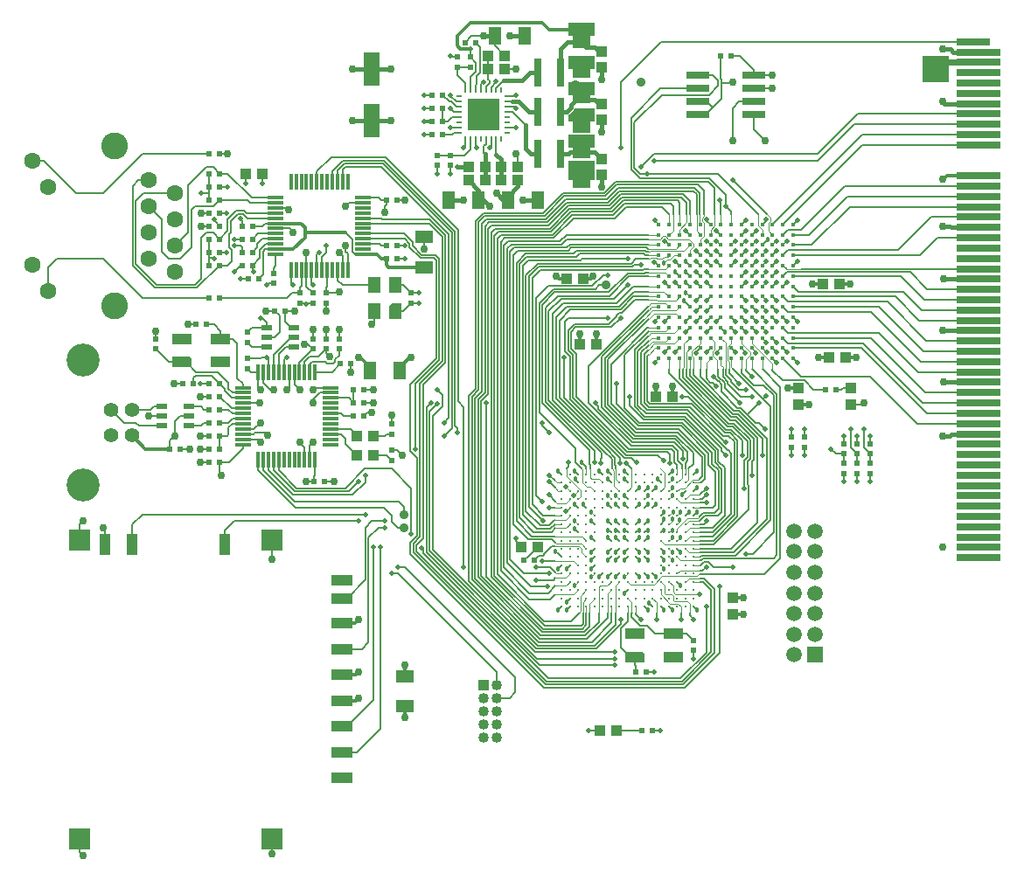
<source format=gtl>
G04 ================== begin FILE IDENTIFICATION RECORD ==================*
G04 Layout Name:  DAQ_CONTROLLER.brd*
G04 Film Name:    TOP*
G04 File Format:  Gerber RS274X*
G04 File Origin:  Cadence Allegro 17.2-S057*
G04 Origin Date:  Wed Aug 07 01:46:16 2019*
G04 *
G04 Layer:  ETCH/TOP*
G04 Layer:  PIN/TOP*
G04 Layer:  VIA CLASS/TOP*
G04 *
G04 Offset:    (0.00 0.00)*
G04 Mirror:    No*
G04 Mode:      Positive*
G04 Rotation:  0*
G04 FullContactRelief:  No*
G04 UndefLineWidth:     0.00*
G04 ================== end FILE IDENTIFICATION RECORD ====================*
%FSLAX25Y25*MOIN*%
%IR0*IPPOS*OFA0.00000B0.00000*MIA0B0*SFA1.00000B1.00000*%
%ADD19C,.02*%
%ADD13C,.03*%
%ADD35C,.04*%
%ADD39R,.0315X.1063*%
%ADD30C,.035*%
%ADD38C,.018*%
%ADD36R,.04X.04*%
%ADD15C,.05512*%
%ADD40C,.01575*%
%ADD42C,.05906*%
%ADD18R,.02362X.02362*%
%ADD44R,.16535X.02756*%
%ADD11C,.06299*%
%ADD43R,.05906X.05906*%
%ADD23R,.03937X.03937*%
%ADD45R,.12598X.02756*%
%ADD33R,.00906X.01969*%
%AMMACRO21*
4,1,5,.0374,-.02165,
-.0374,-.02165,
-.0374,.02165,
.02559,.02165,
.0374,.00984,
.0374,-.02165,
0.0*
%
%ADD21MACRO21*%
%ADD34R,.01969X.00906*%
%ADD12R,.07874X.07874*%
%ADD28R,.06299X.12598*%
%ADD41R,.085X.025*%
%ADD16C,.10236*%
%ADD17R,.04331X.02362*%
%ADD32R,.12205X.12205*%
%ADD20R,.0748X.04331*%
%ADD10C,.12598*%
%ADD37C,.00886*%
%ADD27R,.04724X.05906*%
%ADD25R,.07874X.04331*%
%ADD24R,.01181X.06299*%
%ADD22R,.06299X.01181*%
%ADD14R,.04331X.07874*%
%ADD29R,.07087X.04528*%
%AMMACRO31*
4,1,5,-.02362,-.02953,
-.02362,.01969,
-.01378,.02953,
.02362,.02953,
.02362,-.02953,
-.02362,-.02953,
0.0*
%
%ADD31MACRO31*%
%ADD26R,.04528X.07087*%
%ADD46C,.012*%
%ADD47C,.024*%
%ADD48C,.016*%
%ADD49C,.004*%
%ADD50C,.006*%
%ADD51C,.008*%
G75*
%LPD*%
G75*
G36*
G01X190000Y-10000D02*
X200000D01*
Y-17500D01*
X190000D01*
Y-10000D01*
G37*
G36*
G01Y0D02*
X200000D01*
Y-5000D01*
X190000D01*
Y0D01*
G37*
G36*
G01X192231Y10000D02*
X200000D01*
Y5000D01*
X190000D01*
Y7291D01*
G03X190282Y7509I-709J1209D01*
G01X191810Y9037D01*
G03X192206Y9828I-991J991D01*
G01X192231Y10000D01*
G37*
G36*
G01X190000Y30000D02*
X200000D01*
Y25000D01*
X190000D01*
Y30000D01*
G37*
G36*
G01Y20000D02*
X200000D01*
Y15000D01*
X190000D01*
Y20000D01*
G37*
G36*
G01Y42500D02*
X200000D01*
Y37500D01*
X190000D01*
Y42500D01*
G37*
G36*
G01X325000Y30000D02*
X335000D01*
Y20000D01*
X325000D01*
Y30000D01*
G37*
G54D10*
X5000Y-133701D03*
Y-86299D03*
G54D20*
X42618Y-78071D03*
X57382D03*
Y-86929D03*
X215118Y-190571D03*
X229882Y-199429D03*
Y-190571D03*
G54D11*
X-8307Y-59862D03*
X-14291Y-49862D03*
X-8307Y-20059D03*
X-14291Y-10059D03*
X29961Y-47441D03*
Y-37441D03*
Y-27441D03*
Y-17441D03*
X39961Y-52441D03*
Y-42441D03*
Y-32441D03*
Y-22441D03*
G54D12*
X3661Y-268937D03*
Y-154764D03*
X77087Y-268937D03*
Y-154764D03*
G54D21*
X42618Y-86929D03*
X215118Y-199429D03*
G54D30*
X127350Y-150000D03*
Y-145000D03*
X204240Y-57480D03*
X192500Y-2277D03*
Y18723D03*
Y40000D03*
X217500Y20000D03*
G54D31*
X123937Y-67421D03*
G54D22*
X65768Y-118327D03*
Y-116358D03*
Y-114390D03*
Y-112421D03*
Y-110453D03*
Y-108484D03*
Y-106516D03*
Y-104547D03*
Y-102579D03*
Y-100610D03*
Y-98642D03*
Y-96673D03*
X78268Y-45827D03*
Y-43858D03*
Y-41890D03*
Y-39921D03*
Y-37953D03*
Y-35984D03*
Y-34016D03*
Y-32047D03*
Y-30079D03*
Y-28110D03*
Y-26142D03*
Y-24173D03*
X99232Y-106516D03*
Y-108484D03*
Y-110453D03*
Y-112421D03*
Y-114390D03*
Y-116358D03*
Y-118327D03*
Y-96673D03*
Y-98642D03*
Y-100610D03*
Y-102579D03*
Y-104547D03*
X111732Y-37953D03*
Y-39921D03*
Y-41890D03*
Y-43858D03*
Y-45827D03*
Y-24173D03*
Y-26142D03*
Y-28110D03*
Y-30079D03*
Y-32047D03*
Y-34016D03*
Y-35984D03*
G54D40*
X240157Y-85591D03*
X236220D03*
X232283D03*
X228346D03*
X224409D03*
X240157Y-81654D03*
X236220D03*
X232283D03*
X228346D03*
X224409D03*
X240157Y-77717D03*
X236220D03*
X232283D03*
X228346D03*
X224409D03*
X240157Y-73780D03*
X236220D03*
X232283D03*
X228346D03*
X224409D03*
X240157Y-69843D03*
X236220D03*
X232283D03*
X228346D03*
X224409D03*
X240157Y-65906D03*
X236220D03*
X232283D03*
X228346D03*
X224409D03*
X240157Y-61969D03*
X236220D03*
X232283D03*
X228346D03*
X224409D03*
X240157Y-58031D03*
X236220D03*
X232283D03*
X228346D03*
X224409D03*
X240157Y-54094D03*
X236220D03*
X232283D03*
X228346D03*
X224409D03*
X240157Y-50157D03*
X236220D03*
X232283D03*
X228346D03*
X224409D03*
X240157Y-46220D03*
X236220D03*
X232283D03*
X228346D03*
X224409D03*
X240157Y-42283D03*
X236220D03*
X232283D03*
X228346D03*
X224409D03*
X240157Y-38346D03*
X236220D03*
X232283D03*
X228346D03*
X224409D03*
X240157Y-34409D03*
X236220D03*
X232283D03*
X228346D03*
X224409D03*
X255906Y-85591D03*
X251969D03*
X248031D03*
X244094D03*
X255906Y-81654D03*
X251969D03*
X248031D03*
X244094D03*
X255906Y-77717D03*
X251969D03*
X248031D03*
X244094D03*
X255906Y-73780D03*
X251969D03*
X248031D03*
X244094D03*
X255906Y-69843D03*
X251969D03*
X248031D03*
X244094D03*
X255906Y-65906D03*
X251969D03*
X248031D03*
X244094D03*
X255906Y-61969D03*
X251969D03*
X248031D03*
X244094D03*
X255906Y-58031D03*
X251969D03*
X248031D03*
X244094D03*
X255906Y-54094D03*
X251969D03*
X248031D03*
X244094D03*
X255906Y-50157D03*
X251969D03*
X248031D03*
X244094D03*
X255906Y-46220D03*
X251969D03*
X248031D03*
X244094D03*
X255906Y-42283D03*
X251969D03*
X248031D03*
X244094D03*
X255906Y-38346D03*
X251969D03*
X248031D03*
X244094D03*
X255906Y-34409D03*
X251969D03*
X248031D03*
X244094D03*
X275591Y-85591D03*
X271654D03*
X267717D03*
X263780D03*
X259843D03*
X275591Y-81654D03*
X271654D03*
X267717D03*
X263780D03*
X259843D03*
X275591Y-77717D03*
X271654D03*
X267717D03*
X263780D03*
X259843D03*
X275591Y-73780D03*
X271654D03*
X267717D03*
X263780D03*
X259843D03*
X275591Y-69843D03*
X271654D03*
X267717D03*
X263780D03*
X259843D03*
X275591Y-65906D03*
X271654D03*
X267717D03*
X263780D03*
X259843D03*
X275591Y-61969D03*
X271654D03*
X267717D03*
X263780D03*
X259843D03*
X275591Y-58031D03*
X271654D03*
X267717D03*
X263780D03*
X259843D03*
X275591Y-54094D03*
X271654D03*
X267717D03*
X263780D03*
X259843D03*
X275591Y-50157D03*
X271654D03*
X267717D03*
X263780D03*
X259843D03*
X275591Y-46220D03*
X271654D03*
X267717D03*
X263780D03*
X259843D03*
X275591Y-42283D03*
X271654D03*
X267717D03*
X263780D03*
X259843D03*
X275591Y-38346D03*
X271654D03*
X267717D03*
X263780D03*
X259843D03*
X275591Y-34409D03*
X271654D03*
X267717D03*
X263780D03*
X259843D03*
G54D13*
X4887Y-275000D03*
X5000Y-147500D03*
X12500Y-150000D03*
X30000Y-107500D03*
X32500Y-75000D03*
X49550Y-125000D03*
X45450Y-120000D03*
X49550Y-115000D03*
Y-120000D03*
X40000Y-115000D03*
X49550Y-100000D03*
X39550Y-95000D03*
X45000Y-72500D03*
X50000Y-35000D03*
Y-30000D03*
X57500Y-130000D03*
X60000Y-7500D03*
X77087Y-274587D03*
Y-162087D03*
X72500Y-117500D03*
X75152Y-114848D03*
X72500Y-110000D03*
X72421Y-102579D03*
X72500Y-97500D03*
X77500D03*
X82500D03*
X74550Y-67500D03*
X85450D03*
X85000Y-37500D03*
X83418Y-28733D03*
X100450Y-132500D03*
X90000D03*
X87500Y-117500D03*
X92500D03*
Y-102500D03*
Y-97500D03*
X87500D03*
X92500Y-74550D03*
X97500D03*
X102500D03*
X98793Y-84892D03*
X89423Y-80151D03*
X97500Y-67500D03*
X102500Y-60000D03*
Y-45000D03*
X90000D03*
X110000Y-215000D03*
Y-205000D03*
Y-185053D03*
X115000Y-106290D03*
X115450Y-102500D03*
X106969Y-90981D03*
X115450Y-97500D03*
X115000Y-72500D03*
X110000Y-85000D03*
X105000Y-42500D03*
Y-27500D03*
X119964Y-29964D03*
X107657Y5157D03*
Y24843D03*
X127500Y-222500D03*
Y-202500D03*
X126500Y-122500D03*
X122500Y-107050D03*
X130000Y-85000D03*
X135000Y-43700D03*
X127500Y-25000D03*
X122343Y5157D03*
Y24843D03*
X150000Y-25000D03*
X172500D03*
X162500Y-22500D03*
X160000Y-27500D03*
X170000Y-7500D03*
Y25000D03*
X167500Y37500D03*
X157500D03*
X185381Y-54269D03*
X200650Y-76032D03*
X194350D03*
X199190Y-54269D03*
X202500Y-20000D03*
X192500Y-12500D03*
X197500D03*
X192500Y7500D03*
X197500D03*
X202500Y1000D03*
X197500Y-2300D03*
X202500Y21000D03*
X192500Y28055D03*
X197500D03*
Y18673D03*
Y40000D03*
X223350Y-96032D03*
X229650D03*
X256468Y-176850D03*
Y-183150D03*
X252500Y-2500D03*
Y20000D03*
X273531Y-96850D03*
X265000Y-2500D03*
X267500Y22500D03*
Y17500D03*
X281468Y-103150D03*
X285382Y-85000D03*
X282882Y-57000D03*
X302500Y-102500D03*
X299619Y-85000D03*
X297119Y-57000D03*
X327598Y27402D03*
X327500Y22500D03*
X332638Y-157638D03*
X332500Y-115000D03*
X332854Y-94646D03*
X332539Y-74961D03*
X332776Y-55276D03*
X332500Y-35000D03*
Y-17000D03*
Y12500D03*
X332598Y27402D03*
X332500Y22500D03*
Y32500D03*
G54D50*
G01X53031Y-62500D02*
X27500D01*
X12500Y-47500D01*
X-5000D01*
X-8307Y-50807D01*
Y-59862D01*
G01X53031Y-7500D02*
X27500D01*
X12500Y-22500D01*
X2372D01*
X-10069Y-10059D01*
X-14291D01*
G01X34882Y-111240D02*
X26240D01*
X25000Y-110000D01*
X20590D01*
X15669Y-105079D01*
G01X112500Y-145000D02*
X27500D01*
X23543Y-148957D01*
Y-156339D01*
G01Y-105079D02*
X30597D01*
X31916Y-103760D01*
X34882D01*
G01X42618Y-86929D02*
X37460D01*
X32500Y-81969D01*
G01X56969Y-40000D02*
X54469Y-37500D01*
X51896D01*
X50000Y-39396D01*
Y-55000D01*
X47559Y-57441D01*
X32891D01*
X24961Y-49511D01*
Y-25371D01*
X27891Y-22441D01*
X39961D01*
G01X56969Y-50000D02*
X48328Y-58641D01*
X32393D01*
X23761Y-50009D01*
Y-19691D01*
X26011Y-17441D01*
X29961D01*
G01X56969Y-25000D02*
X54469Y-27500D01*
X47500D01*
X46200Y-28800D01*
Y-43272D01*
X42031Y-47441D01*
X37461D01*
X34961Y-44941D01*
Y-32441D01*
X29961Y-27441D01*
G01X45118Y-111240D02*
X49810D01*
X51050Y-110000D01*
X53031D01*
G01X65768Y-98642D02*
X61818D01*
X60384Y-97208D01*
Y-94780D01*
X56360Y-90756D01*
X48020D01*
X44193Y-86929D01*
X42618D01*
G01X45118Y-103760D02*
X49810D01*
X51050Y-105000D01*
X53031D01*
G01X56969Y-15000D02*
X54469Y-12500D01*
X51896D01*
X45000Y-19396D01*
Y-37402D01*
X39961Y-42441D01*
G01X110000Y-147500D02*
X62500D01*
X58780Y-151220D01*
Y-156339D01*
G01X56969Y-115000D02*
X59887D01*
X60384Y-114503D01*
Y-111887D01*
X61818Y-110453D01*
X65768D01*
G01X56969Y-120000D02*
Y-115000D01*
G01Y-110000D02*
X60302D01*
X61818Y-108484D01*
X65768D01*
G01X57382Y-78071D02*
X61922D01*
X63720Y-79869D01*
Y-93234D01*
X65768Y-95282D01*
Y-96673D01*
G01X56969Y-100000D02*
X61516Y-104547D01*
X65768D01*
G01X56969Y-105000D02*
X60271D01*
X61787Y-106516D01*
X65768D01*
G01X57382Y-78071D02*
Y-75105D01*
X54777Y-72500D01*
X51969D01*
G01X67500Y-75531D02*
X69271Y-73760D01*
X74882D01*
G01X67500Y-79469D02*
X69271Y-81240D01*
X74882D01*
G01X56969Y-62500D02*
X82500D01*
X84469Y-60531D01*
X87500D01*
G01X68031Y-55000D02*
X65000D01*
G01X56969Y-40000D02*
X60000Y-36969D01*
Y-32602D01*
X63383Y-29219D01*
X66298D01*
X67158Y-30079D01*
X78268D01*
G01X56969Y-50000D02*
X60001D01*
X61550Y-48451D01*
Y-44212D01*
X60525Y-43187D01*
Y-38142D01*
X61200Y-37467D01*
Y-33100D01*
X63881Y-30419D01*
X65800D01*
X67428Y-32047D01*
X78268D01*
G01X65531Y-40000D02*
X62500D01*
G01X62513Y-42487D02*
X62500D01*
Y-42500D01*
X65012D01*
X65531Y-43019D01*
Y-45000D01*
G01X56969Y-35000D02*
X55222Y-33253D01*
Y-32722D01*
X55000Y-32500D01*
G01X56969Y-30000D02*
X59500D01*
G01X65012Y-32319D02*
Y-32500D01*
X65531Y-33019D01*
Y-35000D01*
G01X78268Y-24173D02*
X69173D01*
X60000Y-15000D01*
X56969D01*
G01Y-25000D02*
X67500D01*
X68642Y-26142D01*
X78268D01*
G01X56969Y-20000D02*
X60000D01*
G01X56969Y-7500D02*
X60000D01*
G01X127350Y-150000D02*
X124800D01*
X122500Y-147700D01*
Y-145435D01*
X119659Y-142594D01*
X86085D01*
X71673Y-128182D01*
Y-124232D01*
G01X127350Y-145000D02*
Y-142162D01*
X125188Y-140000D01*
X85460D01*
X73642Y-128182D01*
Y-124232D01*
G01X112500Y-130100D02*
Y-132688D01*
X107688Y-137500D01*
X84928D01*
X75610Y-128182D01*
Y-124232D01*
G01X110000Y-132500D02*
X106300Y-136200D01*
X85597D01*
X77579Y-128182D01*
Y-124232D01*
G01X130000Y-152500D02*
Y-135000D01*
X122500Y-127500D01*
X112312D01*
X104812Y-135000D01*
X86365D01*
X79547Y-128182D01*
Y-124232D01*
G01X82500Y-85000D02*
X81516Y-85984D01*
Y-90768D01*
G01X79547D02*
Y-83845D01*
X82152Y-81240D01*
X85118D01*
G01Y-77500D02*
X84133D01*
X77579Y-84054D01*
Y-90768D01*
G01X74882Y-73760D02*
Y-71679D01*
X73203Y-70000D01*
X72500D01*
G01X78031Y-67500D02*
X74550D01*
G01X77500Y-56969D02*
X75519D01*
X75000Y-57488D01*
G01X84173Y-51732D02*
Y-56673D01*
X85000Y-57500D01*
G01X81969Y-67500D02*
X85450D01*
G01X78268Y-37953D02*
X71516D01*
X69469Y-40000D01*
G01X78268Y-45827D02*
Y-50282D01*
X77500Y-51050D01*
Y-53031D01*
G01X78268Y-39921D02*
X73183D01*
X71216Y-41888D01*
Y-43253D01*
X69469Y-45000D01*
G01X71969Y-55000D02*
X73484Y-53485D01*
Y-44692D01*
X74318Y-43858D01*
X78268D01*
G01Y-35984D02*
X83484D01*
X85000Y-37500D01*
G01X78268Y-28110D02*
X81900D01*
X82500Y-28710D01*
Y-28733D01*
X83418D01*
G01X78268Y-34016D02*
X74318D01*
X73334Y-35000D01*
X69469D01*
G01X96969Y-132500D02*
X100450D01*
G01X109350Y-122500D02*
X105000Y-118150D01*
Y-116208D01*
X103182Y-114390D01*
X99232D01*
G01Y-112421D02*
X106771D01*
X109350Y-115000D01*
G01X103031Y-87500D02*
X99763Y-90768D01*
X93327D01*
G01X99232Y-100610D02*
X106141D01*
X108031Y-102500D01*
G01X91358Y-90768D02*
Y-87724D01*
X92364Y-86718D01*
X97224D01*
X97974Y-87468D01*
X100244D01*
X100950Y-86762D01*
Y-85946D01*
X102500Y-84396D01*
Y-81969D01*
G01X99232Y-106516D02*
X103182D01*
X104166Y-107500D01*
X108031D01*
G01X92500Y-78031D02*
Y-74550D01*
G01X97500Y-78031D02*
Y-74550D01*
G01X102500Y-78031D02*
Y-74550D01*
G01X92500Y-64469D02*
X90519D01*
X90000Y-64988D01*
G01X87500Y-64469D02*
X89481D01*
X90000Y-64988D01*
G01X90079Y-51732D02*
Y-58110D01*
X92500Y-60531D01*
G01X92047Y-51732D02*
Y-57047D01*
X92500Y-57500D01*
G01X101890Y-51732D02*
Y-55682D01*
X103787Y-57579D01*
X116063D01*
G01X88110Y-51732D02*
Y-57940D01*
X87500Y-58550D01*
Y-60531D01*
G01X103858Y-51732D02*
Y-46358D01*
X102500Y-45000D01*
G01X94016Y-51732D02*
Y-45984D01*
X95000Y-45000D01*
G01X90000D02*
Y-47703D01*
X90079Y-47782D01*
Y-51732D01*
G01X95984D02*
Y-46704D01*
X97500Y-45188D01*
Y-42500D01*
G01X150000Y-165181D02*
Y-104100D01*
X147844Y-101944D01*
Y-36564D01*
X120180Y-8900D01*
X99434D01*
X94016Y-14318D01*
Y-18268D01*
G01X147500Y-113800D02*
Y-112000D01*
X146644Y-111144D01*
Y-37062D01*
X119682Y-10100D01*
X104004D01*
X99921Y-14183D01*
Y-18268D01*
G01X142500Y-115000D02*
X145444Y-112056D01*
Y-37560D01*
X119184Y-11300D01*
X104502D01*
X101890Y-13912D01*
Y-18268D01*
G01X118100Y-157500D02*
Y-226900D01*
X109232Y-235768D01*
X103661D01*
G01X115600Y-157500D02*
Y-215757D01*
X105432Y-225925D01*
X103661D01*
G01X120000Y-150000D02*
X117500D01*
X113700Y-153800D01*
Y-193800D01*
X111102Y-196398D01*
X103661D01*
G01X120000Y-147500D02*
X115000D01*
X112500Y-150000D01*
Y-169940D01*
X105432Y-177008D01*
X103661D01*
G01X115650Y-122500D02*
X120531D01*
X122500Y-124469D01*
G01X115650Y-115000D02*
X119988D01*
X120519Y-114469D01*
X122500D01*
G01X111969Y-102500D02*
X115450D01*
G01X106969Y-87500D02*
Y-90981D01*
G01X111969Y-97500D02*
X115450D01*
G01X108031Y-102500D02*
Y-97500D01*
G01X105827Y-51732D02*
Y-45627D01*
X105000Y-44800D01*
Y-42500D01*
G01X247500Y-172500D02*
Y-197782D01*
X234182Y-211100D01*
X180630D01*
X129600Y-160070D01*
Y-155682D01*
X132200Y-153082D01*
Y-123388D01*
X129600Y-120788D01*
Y-95400D01*
X139444Y-85556D01*
Y-48072D01*
X138672Y-47300D01*
X133507D01*
X129357Y-43150D01*
Y-42427D01*
X129356Y-42426D01*
Y-41668D01*
X127609Y-39921D01*
X111732D01*
G01Y-41890D02*
X117940D01*
X118550Y-42500D01*
X120531D01*
G01X111732Y-26142D02*
X106358D01*
X105000Y-27500D01*
G01X131500Y-120000D02*
Y-95198D01*
X140644Y-86054D01*
Y-47574D01*
X139170Y-46100D01*
X134005D01*
X130557Y-42652D01*
Y-41929D01*
X130556Y-41928D01*
Y-41170D01*
X127339Y-37953D01*
X111732D01*
G01X240059Y-169445D02*
X241716D01*
X245600Y-173329D01*
Y-197984D01*
X233684Y-209900D01*
X181128D01*
X130800Y-159572D01*
Y-156180D01*
X133400Y-153580D01*
Y-94996D01*
X141844Y-86552D01*
Y-39054D01*
X136806Y-34016D01*
X111732D01*
G01X240059Y-170748D02*
X241170D01*
X244400Y-173978D01*
Y-197486D01*
X233186Y-208700D01*
X181626D01*
X132000Y-159074D01*
Y-156678D01*
X134600Y-154078D01*
Y-95494D01*
X143044Y-87050D01*
Y-38556D01*
X136852Y-32364D01*
X118969D01*
X118652Y-32047D01*
X111732D01*
G01X142500Y-110000D02*
X144244Y-108256D01*
Y-38058D01*
X118686Y-12500D01*
X105000D01*
X103858Y-13642D01*
Y-18268D01*
G01X122500Y-167500D02*
X125000D01*
X162500Y-205000D01*
Y-210000D01*
G01X140000Y-102688D02*
X137000Y-105688D01*
Y-158980D01*
X178020Y-200000D01*
X207500D01*
G01X137500Y-102500D02*
X135800Y-104200D01*
Y-159478D01*
X178822Y-202500D01*
X207500D01*
G01X125000Y-165094D02*
X127594D01*
X169576Y-207076D01*
Y-212924D01*
X167500Y-215000D01*
X162500D01*
G01X133900Y-157800D02*
X134600Y-158500D01*
Y-159976D01*
X182124Y-207500D01*
X232688D01*
X242500Y-197688D01*
Y-180000D01*
G01X123937Y-57579D02*
X127048D01*
X130000Y-60531D01*
G01D02*
X132981D01*
G01X130000Y-64469D02*
X132981D01*
G01X123937Y-67421D02*
X127048D01*
X130000Y-64469D01*
G01X124469Y-47500D02*
X127500D01*
G01X124469Y-42500D02*
X127455D01*
X127457Y-42502D01*
G01X207500Y-197500D02*
X177218D01*
X138200Y-158482D01*
Y-107500D01*
X141900Y-103800D01*
Y-99400D01*
X140000Y-97500D01*
G01X206201Y-182559D02*
Y-186299D01*
X198800Y-193700D01*
X178512D01*
X154300Y-169488D01*
Y-100716D01*
X156900Y-98116D01*
Y-34006D01*
X158506Y-32400D01*
X181286D01*
X188886Y-24800D01*
X204491D01*
X208791Y-20500D01*
X238000D01*
X239976Y-22476D01*
Y-30472D01*
G01X207776Y-182559D02*
Y-187224D01*
X200000Y-195000D01*
X178114D01*
X153100Y-169986D01*
Y-100218D01*
X155700Y-97618D01*
Y-33508D01*
X158008Y-31200D01*
X180788D01*
X188388Y-23600D01*
X203993D01*
X208293Y-19300D01*
X239300D01*
X241545Y-21545D01*
Y-30472D01*
G01X245472D02*
Y-20472D01*
X243100Y-18100D01*
X207795D01*
X203495Y-22400D01*
X187890D01*
X180290Y-30000D01*
X157510D01*
X154500Y-33010D01*
Y-97120D01*
X151900Y-99720D01*
Y-170484D01*
X177616Y-196200D01*
X200498D01*
X210000Y-186698D01*
Y-185000D01*
G01X150610Y16752D02*
Y19390D01*
X147500Y22500D01*
Y25531D01*
G01X194245Y-182559D02*
X191049Y-185755D01*
X180755D01*
X162900Y-167900D01*
Y-39900D01*
X164400Y-38400D01*
X183776D01*
X191376Y-30800D01*
X206981D01*
X211281Y-26500D01*
X229000D01*
X230000Y-27500D01*
Y-30472D01*
G01X195445Y-182559D02*
Y-186913D01*
X194858Y-187500D01*
X180802D01*
X161700Y-168398D01*
Y-38700D01*
X163200Y-37200D01*
X183278D01*
X190878Y-29600D01*
X206483D01*
X210783Y-25300D01*
X231483D01*
X232283Y-26100D01*
Y-30472D01*
G01X196752Y-182559D02*
Y-187304D01*
X195356Y-188700D01*
X180304D01*
X160500Y-168896D01*
Y-37500D01*
X162000Y-36000D01*
X182780D01*
X190380Y-28400D01*
X205985D01*
X210285Y-24100D01*
X233000D01*
X235000Y-26100D01*
Y-30472D01*
G01X201476Y-182559D02*
Y-186024D01*
X196400Y-191100D01*
X179308D01*
X156700Y-168492D01*
Y-101712D01*
X159300Y-99112D01*
Y-36200D01*
X160700Y-34800D01*
X182282D01*
X189882Y-27200D01*
X205487D01*
X209787Y-22900D01*
X233498D01*
X236220Y-25622D01*
Y-30472D01*
G01X205000Y-182559D02*
Y-184400D01*
X196900Y-192500D01*
X179010D01*
X155500Y-168990D01*
Y-101214D01*
X158100Y-98614D01*
Y-35000D01*
X159500Y-33600D01*
X181784D01*
X189384Y-26000D01*
X204989D01*
X209289Y-21700D01*
X237502D01*
X238776Y-22974D01*
X238769Y-22981D01*
Y-30472D01*
G01X197952Y-182559D02*
Y-187802D01*
X195854Y-189900D01*
X179806D01*
X158600Y-168694D01*
Y-102500D01*
G01X220472Y-40000D02*
X189198D01*
X187198Y-42000D01*
X168100D01*
X166500Y-43600D01*
Y-163481D01*
X175519Y-172500D01*
X181800D01*
G01X184941Y-172323D02*
X182264Y-175000D01*
X175000D01*
X165300Y-165300D01*
Y-42400D01*
X166900Y-40800D01*
X186700D01*
X189154Y-38346D01*
X220472D01*
G01X184941Y-175472D02*
X182913Y-177500D01*
X175000D01*
X164100Y-166600D01*
Y-41100D01*
X165600Y-39600D01*
X184274D01*
X191874Y-32000D01*
X207479D01*
X211779Y-27700D01*
X225574D01*
X228346Y-30472D01*
G01X220472Y-42283D02*
X220189Y-42000D01*
X190500D01*
X189300Y-43200D01*
X169300D01*
X167700Y-44800D01*
Y-162181D01*
X173015Y-167496D01*
X182500D01*
G01X184941Y-150276D02*
X183520Y-151697D01*
X176697D01*
X171300Y-146300D01*
Y-49502D01*
X174002Y-46800D01*
X193054D01*
X194254Y-45600D01*
X218695D01*
X219315Y-46220D01*
X220472D01*
G01X184941Y-153425D02*
X175925D01*
X170100Y-147600D01*
Y-49004D01*
X173504Y-45600D01*
X191771D01*
X192971Y-44400D01*
X219193D01*
X219664Y-44871D01*
X220472D01*
G01X184941Y-155839D02*
X183733Y-154631D01*
X174631D01*
X168900Y-148900D01*
Y-46100D01*
X170600Y-44400D01*
X189798D01*
X190998Y-43200D01*
X219691D01*
X220162Y-43671D01*
X220472D01*
G01X184941Y-167249D02*
X182873Y-165181D01*
X177500D01*
G01X173031Y-162500D02*
X174778Y-160753D01*
X174897D01*
X178150Y-157500D01*
G01X184941Y-169173D02*
X184114Y-170000D01*
X177500D01*
G01X187303Y-161299D02*
X186302Y-160298D01*
X186203D01*
X185000Y-159095D01*
G01X184941Y-157107D02*
X183694D01*
X181019Y-159782D01*
Y-159841D01*
X180107Y-160753D01*
X178716D01*
X176969Y-162500D01*
G01X184941Y-162874D02*
X180000D01*
G01X184941Y-147126D02*
X184695D01*
X182524Y-149297D01*
X179297D01*
X173700Y-143700D01*
Y-53800D01*
X178100Y-49400D01*
X213808D01*
X215708Y-47500D01*
X220472D01*
G01X184941Y-145551D02*
X180945D01*
X180891Y-145497D01*
X180309D01*
X176100Y-141288D01*
Y-54796D01*
X179096Y-51800D01*
X217008D01*
X217108Y-51900D01*
X218288D01*
X218643Y-51545D01*
X220472D01*
G01X184941Y-148701D02*
X184818D01*
X183022Y-150497D01*
X177997D01*
X172500Y-145000D01*
Y-50000D01*
X174500Y-48000D01*
X194500D01*
X195000Y-47500D01*
X212500D01*
G01X217535Y-49902D02*
X215004D01*
X214306Y-50600D01*
X178598D01*
X174900Y-54298D01*
Y-142194D01*
X180103Y-147397D01*
G01X184941Y-142402D02*
X182598D01*
Y-142498D01*
X182602D01*
G01X205000Y-53700D02*
X203200D01*
X199031Y-57869D01*
X182131D01*
X177500Y-62500D01*
Y-137876D01*
X179812Y-140188D01*
G01X184941Y-140039D02*
X182500Y-137598D01*
G01X184941Y-132253D02*
X182688Y-130000D01*
G01X184941Y-134983D02*
X182447Y-132489D01*
G01X220472Y-54094D02*
X219490D01*
X219284Y-54300D01*
X213012D01*
X205614Y-61698D01*
X185801D01*
X181200Y-66299D01*
Y-102002D01*
X199907Y-120709D01*
Y-125000D01*
G01X202395Y-125353D02*
Y-123553D01*
X202441Y-123507D01*
Y-121545D01*
X182400Y-101504D01*
Y-67601D01*
X187103Y-62898D01*
X207102D01*
X212500Y-57500D01*
G01X198327Y-127441D02*
Y-126108D01*
X198007Y-125788D01*
Y-120507D01*
X180000Y-102500D01*
Y-65001D01*
X184732Y-60269D01*
X205345D01*
X212514Y-53100D01*
X218786D01*
X218992Y-52894D01*
X220472D01*
G01X194895Y-127441D02*
X192500Y-125046D01*
Y-119801D01*
X178800Y-106101D01*
Y-64503D01*
X184234Y-59069D01*
X200101D01*
X201690Y-57480D01*
X204240D01*
G01X182500Y-113700D02*
X180000Y-111200D01*
Y-110000D01*
G01X208046Y-127441D02*
Y-126586D01*
X207648Y-126188D01*
Y-123450D01*
X204841Y-120643D01*
Y-120549D01*
X185228Y-100936D01*
Y-69772D01*
X189300Y-65700D01*
X209300D01*
X215000Y-60000D01*
X220472D01*
G01X206448Y-127441D02*
Y-123948D01*
X203641Y-121141D01*
Y-121047D01*
X184028Y-101434D01*
Y-68472D01*
X188000Y-64500D01*
X208188D01*
X214657Y-58031D01*
X220472D01*
G01Y-61969D02*
X214729D01*
X209798Y-66900D01*
X190600D01*
X186428Y-71072D01*
Y-100438D01*
X209548Y-123558D01*
Y-125400D01*
G01X188328Y-85272D02*
Y-100640D01*
X211285Y-123597D01*
X214076D01*
X214530Y-124051D01*
X214574D01*
X215847Y-125324D01*
G01X226173Y-124620D02*
X223953Y-122400D01*
X214577D01*
X214574Y-122397D01*
X211783D01*
X190500Y-101114D01*
Y-84756D01*
X188600Y-82856D01*
Y-71400D01*
X190000Y-70000D01*
X205000D01*
G01X196752Y-142402D02*
X195448Y-141098D01*
G01X196752Y-127441D02*
Y-126752D01*
X195000Y-125000D01*
G01X189410Y-127441D02*
Y-127390D01*
X190000Y-126800D01*
Y-125000D01*
G01X234547Y-127441D02*
Y-125404D01*
X235390Y-124561D01*
Y-121097D01*
X230593Y-116300D01*
X214696D01*
X202567Y-104171D01*
Y-84991D01*
X220472Y-67086D01*
G01X233100Y-127441D02*
Y-126071D01*
X231590Y-124561D01*
Y-120693D01*
X229697Y-118800D01*
X216071D01*
X216068Y-118797D01*
X213797D01*
X197500Y-102500D01*
Y-88360D01*
X220472Y-65388D01*
G01X231398Y-127441D02*
Y-126067D01*
X230390Y-125059D01*
Y-121191D01*
X229199Y-120000D01*
X215573D01*
X215570Y-119997D01*
X212779D01*
X192900Y-100118D01*
Y-83760D01*
X191000Y-81860D01*
Y-75360D01*
X192728Y-73632D01*
X206368D01*
X210000Y-70000D01*
G01X220472Y-63169D02*
X215227D01*
X210296Y-68100D01*
X209212D01*
X208100Y-69212D01*
Y-69588D01*
X205256Y-72432D01*
X192230D01*
X189800Y-74862D01*
Y-82358D01*
X191700Y-84258D01*
Y-100616D01*
X212281Y-121197D01*
X215072D01*
X215075Y-121200D01*
X227729D01*
X228531Y-122002D01*
Y-125453D01*
G01X200094Y-102406D02*
X201367Y-103679D01*
Y-104669D01*
X214198Y-117500D01*
X230095D01*
X233490Y-120895D01*
Y-123773D01*
G01X240059Y-132953D02*
X240549D01*
X242001Y-131501D01*
Y-122614D01*
X231887Y-112500D01*
X215990D01*
X206200Y-102710D01*
Y-87742D01*
X219974Y-73968D01*
X220284D01*
X220472Y-73780D01*
G01X235747Y-127441D02*
X237500Y-125688D01*
Y-121509D01*
X231091Y-115100D01*
X215194D01*
X203767Y-103673D01*
Y-85489D01*
X218868Y-70388D01*
G01X240059Y-131353D02*
X240801Y-130611D01*
Y-123112D01*
X231489Y-113800D01*
X215592D01*
X205000Y-103208D01*
Y-85954D01*
X220472Y-70482D01*
G01X208150Y-227500D02*
X218031D01*
G01X215531Y-205000D02*
Y-202807D01*
X215118Y-202394D01*
Y-199429D01*
G01X212500Y-182559D02*
Y-185896D01*
X210000Y-188396D01*
Y-195886D01*
X213543Y-199429D01*
X215118D01*
G01X229882Y-190571D02*
X223071D01*
X220000Y-187500D01*
X217312D01*
X214075Y-184263D01*
Y-182560D01*
G01X215650Y-182559D02*
Y-183150D01*
X217500Y-185000D01*
G01X223524Y-182559D02*
Y-185000D01*
G01X221949Y-180197D02*
X220645Y-178893D01*
G01X240059Y-167951D02*
X264549D01*
X270600Y-161900D01*
Y-96348D01*
X263780Y-89528D01*
G01X212500Y-139252D02*
X211196Y-137948D01*
G01X213989Y-127441D02*
X212047Y-125499D01*
G01X240059Y-145735D02*
X241394Y-144400D01*
X245600D01*
X247100Y-142900D01*
Y-128278D01*
X244600Y-125778D01*
Y-121400D01*
X233269Y-110069D01*
X216955D01*
X211400Y-104514D01*
Y-84240D01*
X220472Y-75168D01*
G01X240059Y-150000D02*
X245000D01*
X249500Y-145500D01*
Y-127282D01*
X247000Y-124782D01*
Y-120404D01*
X234265Y-107669D01*
X219017D01*
X215200Y-103852D01*
Y-82138D01*
X220472Y-76866D01*
G01X240059Y-147433D02*
X241892Y-145600D01*
X246900D01*
X248300Y-144200D01*
Y-127780D01*
X245800Y-125280D01*
Y-120902D01*
X233767Y-108869D01*
X218519D01*
X213300Y-103650D01*
Y-100000D01*
G01X240059Y-142402D02*
X244985D01*
X245900Y-141487D01*
Y-128776D01*
X243400Y-126276D01*
Y-121898D01*
X232802Y-111300D01*
X216488D01*
X208100Y-102912D01*
Y-95000D01*
G01X240059Y-153425D02*
X244971D01*
X253100Y-145296D01*
Y-117203D01*
X251040Y-115143D01*
X249059D01*
X236785Y-102869D01*
X221009D01*
X220000Y-101860D01*
Y-84575D01*
X220472Y-84103D01*
G01Y-82126D02*
X218800Y-83798D01*
Y-102358D01*
X220511Y-104069D01*
X236287D01*
X249611Y-117393D01*
X250073D01*
G01X240059Y-151850D02*
X244848D01*
X251900Y-144798D01*
Y-121712D01*
X250788Y-120600D01*
X250592D01*
X235261Y-105269D01*
X220013D01*
X217600Y-102856D01*
Y-83300D01*
X220472Y-80428D01*
G01Y-78730D02*
X216400Y-82802D01*
Y-103354D01*
X219515Y-106469D01*
X234763D01*
X248200Y-119906D01*
Y-120700D01*
X250000Y-122500D01*
G01X239400Y22500D02*
X245000D01*
X247075Y20425D01*
Y18402D01*
X243673Y15000D01*
X225600D01*
X215000Y4400D01*
Y-12829D01*
X217171Y-15000D01*
X220000D01*
G01X262392Y-30472D02*
X246920Y-15000D01*
X220000D01*
G01X250000Y-27500D02*
Y-23302D01*
X243598Y-16900D01*
X217373D01*
X213800Y-13327D01*
Y6299D01*
X225001Y17500D01*
X239400D01*
G01X210000Y-5000D02*
Y20000D01*
X225276Y35276D01*
X344252D01*
G01X346220Y7717D02*
X300218D01*
X285001Y-7500D01*
X222500D01*
X217500Y-12500D01*
G01X222547Y-10141D02*
X285047D01*
X298968Y3780D01*
X346220D01*
G01X237500Y-193031D02*
X235040Y-190571D01*
X229882D01*
G01X232971Y-182559D02*
Y-185000D01*
G01X236122Y-182559D02*
Y-183622D01*
X237500Y-185000D01*
G01X240059Y-166555D02*
X240945D01*
X242500Y-165000D01*
G01X240059Y-162500D02*
X240614D01*
X241214Y-161900D01*
X268101D01*
X269400Y-160601D01*
Y-99085D01*
X259843Y-89528D01*
G01X240059Y-159500D02*
X252999D01*
X265700Y-146799D01*
Y-116219D01*
X255024Y-105543D01*
X253043D01*
X240157Y-92657D01*
Y-89528D01*
G01X240059Y-164449D02*
X240363D01*
X241712Y-163100D01*
X243288D01*
X245188Y-165000D01*
X252500D01*
G01X240059Y-161299D02*
X240117D01*
X240716Y-160700D01*
X253497D01*
X267000Y-147197D01*
Y-103886D01*
X264294Y-101180D01*
G01X240059Y-155000D02*
X245094D01*
X254300Y-145794D01*
Y-116705D01*
X251538Y-113943D01*
X249557D01*
X235614Y-100000D01*
X233119D01*
G01X240059Y-156575D02*
X245360D01*
X258727Y-143208D01*
Y-134212D01*
X258100Y-133585D01*
Y-124986D01*
X259300Y-123786D01*
Y-116611D01*
X253032Y-110343D01*
X251051D01*
X233483Y-92775D01*
Y-89528D01*
G01X240059Y-158150D02*
X251851D01*
X261900Y-148101D01*
Y-115815D01*
X254028Y-107943D01*
X252047D01*
X236220Y-92116D01*
Y-89528D01*
G01X240059Y-148701D02*
X241479D01*
X242590Y-147590D01*
G01X225098Y-132953D02*
X223794Y-131649D01*
G01X240059Y-139252D02*
X240869D01*
X241182Y-138939D01*
X241308D01*
X242624Y-137623D01*
G01X240059Y-137500D02*
X242530Y-135029D01*
G01X234547Y-136102D02*
X233243Y-137406D01*
G01X237697Y-136102D02*
X239001Y-134798D01*
G01X240059Y-140452D02*
X242483D01*
G01X228346Y-89528D02*
Y-91034D01*
X250055Y-112743D01*
X252036D01*
X256200Y-116907D01*
Y-122500D01*
G01X237608Y-89528D02*
Y-91806D01*
X252545Y-106743D01*
X254526D01*
X263800Y-116017D01*
Y-122500D01*
G01X234832Y-89528D02*
Y-92426D01*
X251549Y-109143D01*
X253530D01*
X260500Y-116113D01*
Y-124284D01*
X260000Y-124784D01*
Y-130000D01*
G01X232283Y-89528D02*
Y-93273D01*
X250553Y-111543D01*
X252534D01*
X258100Y-117109D01*
Y-123288D01*
X256827Y-124561D01*
Y-135000D01*
G01X236220Y-65906D02*
X233907Y-63593D01*
G01X236220Y-61969D02*
X234673Y-60422D01*
G01X236220Y-69843D02*
X234673Y-71390D01*
G01X236220Y-58031D02*
X234673Y-56484D01*
G01X232283Y-54094D02*
X230736Y-52547D01*
G01X236220Y-50157D02*
X234673Y-48610D01*
G01X236220Y-54094D02*
X234673Y-52547D01*
G01X255906Y-89528D02*
Y-91094D01*
X260503Y-95691D01*
X264308D01*
X268200Y-99583D01*
Y-151894D01*
X260094Y-160000D01*
X257500D01*
G01X247027Y-89528D02*
X247081Y-89582D01*
Y-92507D01*
X249444Y-94870D01*
Y-96756D01*
X255094Y-102406D01*
G01X242500Y-89528D02*
Y-93302D01*
X244081Y-94883D01*
X245071D01*
X246344Y-96156D01*
G01X248759Y-89528D02*
Y-92487D01*
X250644Y-94372D01*
Y-95030D01*
X255614Y-100000D01*
X260000D01*
G01X252642Y-89528D02*
X264294Y-101180D01*
G01X257987Y-106808D02*
X255522Y-104343D01*
X254343D01*
X248244Y-98244D01*
Y-95368D01*
X247132Y-94256D01*
X246937D01*
X245181Y-92500D01*
G01X257500Y-89528D02*
Y-90000D01*
X260000Y-92500D01*
G01X251159Y-89528D02*
Y-91159D01*
X255000Y-95000D01*
G01X249959Y-89528D02*
Y-91989D01*
X251844Y-93874D01*
Y-94532D01*
X254812Y-97500D01*
X257500D01*
G01X248031Y-73780D02*
X249578Y-75327D01*
G01X248031Y-30472D02*
Y-25531D01*
X247500Y-25000D01*
G01X251969Y-30472D02*
Y-29469D01*
X250000Y-27500D01*
G01X265472Y-30472D02*
X252500Y-17500D01*
G01X260600Y12500D02*
X255000D01*
X252500Y10000D01*
Y-2500D01*
G01X265000Y-112500D02*
X262616Y-110116D01*
X261295D01*
X257987Y-106808D01*
G01X265330Y-99670D02*
X264294Y-100706D01*
Y-101180D01*
G01X257987Y-106808D02*
X258192D01*
X262500Y-102500D01*
G01X267635Y-89528D02*
Y-90135D01*
X271481Y-93981D01*
X279841D01*
X283360Y-97500D01*
X288031D01*
G01X267717Y-77717D02*
X269335Y-79335D01*
G01X267717Y-85591D02*
X269335Y-87209D01*
G01X271654Y-85591D02*
X278563Y-92500D01*
X305000D01*
X322894Y-110394D01*
X346220D01*
G01X271654Y-73780D02*
X273623Y-75749D01*
X308249D01*
X323209Y-90709D01*
X346220D01*
G01X271654Y-77717D02*
X273622Y-79685D01*
X302185D01*
X325020Y-102520D01*
X346220D01*
G01X263780Y-77717D02*
X265398Y-79335D01*
G01X263780Y-81654D02*
X265182Y-83056D01*
X265614D01*
G01X259843Y-81654D02*
X261245Y-83056D01*
Y-83488D01*
G01X267717Y-61969D02*
X269335Y-63587D01*
G01X267717Y-65906D02*
X269335Y-67524D01*
G01X263780Y-69843D02*
X265398Y-71461D01*
G01X271654Y-65906D02*
X273623Y-67875D01*
X305375D01*
X324272Y-86772D01*
X346220D01*
G01X271654Y-61969D02*
X273622Y-63937D01*
X311437D01*
X326398Y-78898D01*
X346220D01*
G01X263780Y-58031D02*
X265398Y-56413D01*
G01X263780Y-61969D02*
X265398Y-63587D01*
G01X263780Y-65906D02*
X265398Y-67524D01*
G01X267717Y-69843D02*
X269335Y-71461D01*
G01X267717Y-42283D02*
X269335Y-40665D01*
G01X263780Y-50157D02*
X265398Y-48539D01*
G01X263780Y-54094D02*
X265398Y-52476D01*
G01X271654Y-38346D02*
X273623Y-36377D01*
X278623D01*
X295157Y-19843D01*
X346220D01*
G01X271654Y-46220D02*
X273623Y-44251D01*
X315749D01*
X328346Y-31654D01*
X346220D01*
G01X271654Y-50157D02*
X273103Y-51606D01*
G01X278661Y-51339D02*
X346220D01*
G01X271654Y-54094D02*
X273142Y-52606D01*
X320106D01*
X326713Y-59213D01*
X346220D01*
G01X259843Y-42283D02*
X261461Y-40665D01*
G01X259843Y-46220D02*
X261461Y-44602D01*
G01X267717Y-46220D02*
X269335Y-44602D01*
G01X267717Y-50157D02*
X269335Y-48539D01*
G01X267717Y-54094D02*
X269335Y-52476D01*
G01X263780Y-42283D02*
X265827Y-40236D01*
G01X271654Y-34409D02*
X301969Y-4094D01*
X346220D01*
G01X267717Y-34409D02*
X301969Y-157D01*
X346220D01*
G01X265000Y-2500D02*
X260600Y1900D01*
Y7500D01*
G01X280000Y-112500D02*
Y-115531D01*
G01X275000Y-112500D02*
Y-115531D01*
G01X290000Y-120000D02*
X291969Y-121969D01*
X295000D01*
G01X291969Y-97500D02*
X294081D01*
X294731Y-96850D01*
X297500D01*
G01X275591Y-77717D02*
X305217D01*
X326083Y-98583D01*
X346220D01*
G01X275591Y-81654D02*
X301654D01*
X326457Y-106457D01*
X346220D01*
G01X275591Y-61969D02*
X314469D01*
X323524Y-71024D01*
X346220D01*
G01X275591Y-58031D02*
X277560Y-60000D01*
X317500D01*
X324587Y-67087D01*
X346220D01*
G01X275591Y-65906D02*
X308406D01*
X325335Y-82835D01*
X346220D01*
G01X275591Y-42283D02*
X282717D01*
X297283Y-27717D01*
X346220D01*
G01X275591Y-46220D02*
X323780D01*
X330472Y-39528D01*
X346220D01*
G01X275591Y-54094D02*
X316594D01*
X325650Y-63150D01*
X346220D01*
G01X275591Y-38346D02*
X281655D01*
X296221Y-23780D01*
X346220D01*
G01X305000Y-121969D02*
Y-125531D01*
G01X300000Y-121969D02*
Y-125531D01*
G01X295000Y-121969D02*
Y-125531D01*
G01X302500Y-112500D02*
Y-119469D01*
X305000Y-121969D01*
G01X297500Y-112500D02*
Y-119469D01*
X300000Y-121969D01*
G54D14*
X13307Y-156339D03*
X23543D03*
X58780D03*
G54D32*
X157500Y7500D03*
G54D41*
X239400D03*
Y12500D03*
Y17500D03*
Y22500D03*
X260600Y12500D03*
Y7500D03*
Y22500D03*
Y17500D03*
G54D23*
X66850Y-15000D03*
X73150D03*
X115650Y-122500D03*
X109350D03*
X115650Y-115000D03*
X109350D03*
X151850Y-12500D03*
Y-17500D03*
X171850Y-157500D03*
X158150Y-12500D03*
X170650D03*
X164350D03*
Y-17500D03*
X170650D03*
X158150D03*
X165650Y25000D03*
X159350D03*
Y30000D03*
X165650D03*
X178150Y-157500D03*
X189350Y-55000D03*
X201850Y-227500D03*
X200650Y-80000D03*
X194350D03*
X195650Y-55000D03*
X202500Y-15650D03*
Y-9350D03*
Y5350D03*
Y11650D03*
Y25350D03*
Y31650D03*
X208150Y-227500D03*
X223350Y-100000D03*
X229650D03*
X252500Y-176850D03*
Y-183150D03*
X277500Y-103150D03*
Y-96850D03*
X289350Y-85000D03*
X293150Y-57000D03*
X286850D03*
X297500Y-96850D03*
Y-103150D03*
X295650Y-85000D03*
G54D51*
G01X3661Y-268937D02*
Y-273774D01*
X4887Y-275000D01*
G01X3661Y-154764D02*
Y-148839D01*
X5000Y-147500D01*
G01X13307Y-156339D02*
Y-150807D01*
X12500Y-150000D01*
G01X34882Y-107500D02*
X30000D01*
G01X32500Y-78031D02*
Y-75000D01*
G01X53031Y-125000D02*
X49550D01*
G01X41969Y-120000D02*
X45450D01*
G01X53031Y-115000D02*
X49550D01*
G01X53031Y-120000D02*
X49550D01*
G01X38031D02*
Y-116969D01*
X40000Y-115000D01*
G01X45118Y-107500D02*
X42052D01*
X40000Y-109552D01*
Y-115000D01*
G01X53031Y-100000D02*
X49550D01*
G01X53031Y-95000D02*
X49650D01*
G01X43031D02*
X39550D01*
G01X56969D02*
X54025Y-92056D01*
X47832D01*
X46969Y-92919D01*
Y-95000D01*
G01X48031Y-72500D02*
X45000D01*
G01X53031Y-35000D02*
X50000D01*
G01X53031Y-30000D02*
X50000D01*
G01X53031Y-22419D02*
X50081D01*
G01X56969Y-125000D02*
X60586D01*
X65768Y-119818D01*
Y-118327D01*
G01X56969Y-125000D02*
Y-129469D01*
X57500Y-130000D01*
G01X65768Y-116358D02*
X71358D01*
X72500Y-117500D01*
G01X65768Y-114390D02*
X69818D01*
X70296Y-113912D01*
X74216D01*
X75152Y-114848D01*
G01X65768Y-112421D02*
X70079D01*
X72500Y-110000D01*
G01X65768Y-102579D02*
X72421D01*
G01X71673Y-90768D02*
X68799D01*
X67500Y-89469D01*
G01X56969Y-95000D02*
X59084Y-97115D01*
Y-97976D01*
X61718Y-100610D01*
X65768D01*
G01X67500Y-85531D02*
X72569D01*
X73100Y-85000D01*
X75000D01*
G01X65531Y-50000D02*
X65000D01*
X62500Y-52500D01*
G01X56969Y-45000D02*
X59650D01*
G01X53031D02*
Y-47212D01*
G01Y-40000D02*
Y-45000D01*
G01Y-47212D02*
Y-50000D01*
G01Y-47212D02*
X54712D01*
X55000Y-47500D01*
G01X53031Y-20000D02*
Y-22419D01*
G01D02*
Y-25000D01*
G01Y-15000D02*
Y-20000D01*
G01X66850Y-15000D02*
Y-18769D01*
G01X77087Y-268937D02*
Y-274587D01*
G01Y-154764D02*
Y-162087D01*
G01X71673Y-90768D02*
Y-96673D01*
X72500Y-97500D01*
G01X73642Y-90768D02*
Y-94818D01*
X76324Y-97500D01*
X77500D01*
G01X83484Y-90768D02*
Y-96516D01*
X82500Y-97500D01*
G01X85453Y-90768D02*
Y-95453D01*
X87500Y-97500D01*
G01X75610Y-90768D02*
Y-85610D01*
X75000Y-85000D01*
G01X74882Y-77500D02*
X77948D01*
X79849Y-75599D01*
Y-69318D01*
X78031Y-67500D01*
G01X85118Y-73760D02*
X84133D01*
X81969Y-71596D01*
Y-67500D01*
G01X69469Y-50000D02*
X72184Y-47285D01*
Y-44153D01*
X74447Y-41890D01*
X78268D01*
G01X69469Y-50000D02*
Y-51969D01*
X70000Y-52500D01*
G01X73150Y-15000D02*
Y-18769D01*
G01X89390Y-124232D02*
Y-119390D01*
X87500Y-117500D01*
G01X91358Y-124232D02*
Y-118642D01*
X92500Y-117500D01*
G01X93327Y-124232D02*
Y-130223D01*
X93031Y-130519D01*
Y-132500D01*
G01D02*
X90000D01*
G01X99232Y-98642D02*
X95182D01*
X92500Y-101324D01*
Y-102500D01*
G01X99232Y-96673D02*
X93327D01*
X92500Y-97500D01*
G01X97500Y-81969D02*
X94685Y-84784D01*
X91424D01*
X89390Y-86818D01*
Y-90768D01*
G01X87421D02*
Y-87048D01*
X92500Y-81969D01*
G01X97500D02*
Y-83599D01*
X98793Y-84892D01*
G01X89423Y-80151D02*
X90682D01*
X92500Y-81969D01*
G01X97500Y-64469D02*
Y-67500D01*
G01Y-60531D02*
X101969D01*
X102500Y-60000D01*
G01X97953Y-51732D02*
Y-57997D01*
X97500Y-58450D01*
Y-60531D01*
G01X111732Y-45827D02*
X108546D01*
X107541Y-44822D01*
Y-40040D01*
X104832Y-37331D01*
G01X115000Y-106290D02*
X113179D01*
X111969Y-107500D01*
G01X116063Y-67421D02*
Y-71437D01*
X115000Y-72500D01*
G01X111732Y-24173D02*
X117723D01*
X118550Y-25000D01*
X120531D01*
G01X119964Y-29964D02*
Y-27536D01*
X120531Y-26969D01*
Y-25000D01*
G01X122500Y-120531D02*
X124531D01*
X126500Y-122500D01*
G01X122500Y-110531D02*
Y-107050D01*
G01X135000Y-39291D02*
Y-43700D01*
G01X124469Y-25000D02*
X127500D01*
G01X138031Y10000D02*
X135000D01*
G01X138031Y0D02*
X135000D01*
G01X138031Y15000D02*
X135000D01*
G01X145000Y-11969D02*
Y-15000D01*
G01X154547Y-1752D02*
Y-4547D01*
X155000Y-5000D01*
G01X140000Y-8031D02*
X145000D01*
G01X152579Y-1752D02*
Y-3637D01*
X152500Y-3716D01*
Y-5765D01*
X150234Y-8031D01*
X145000D01*
G01X140000Y-11969D02*
Y-15000D01*
G01X150610Y-1752D02*
Y-4390D01*
X150000Y-5000D01*
G01X148248Y2579D02*
X145079D01*
G01X148248Y12421D02*
X147235D01*
X145000Y14656D01*
Y15000D01*
G01X148248Y610D02*
X146363D01*
X145753Y0D01*
X141969D01*
G01Y10000D02*
Y5000D01*
G01X148248Y6516D02*
X145566D01*
X144050Y5000D01*
X141969D01*
G01X148248Y10453D02*
X147223D01*
X145252Y12424D01*
X144545D01*
X141969Y15000D01*
G01X148248Y8484D02*
X146363D01*
X145000Y9847D01*
G01Y30000D02*
X145531Y29469D01*
X147500D01*
G01Y25531D02*
X152500D01*
G01X152579Y16752D02*
Y21833D01*
X154681Y23935D01*
Y27288D01*
X152500Y29469D01*
G01D02*
Y32500D01*
G01X154547Y16752D02*
Y18637D01*
X155040Y19130D01*
Y22314D01*
X156287Y23561D01*
Y33182D01*
X154469Y35000D01*
G01X157500Y37500D02*
X153031D01*
X150531Y35000D01*
G01X171850Y-157500D02*
Y-156850D01*
X170000Y-155000D01*
Y-154036D01*
G01Y-7500D02*
X170650Y-8150D01*
Y-12500D01*
G01X158484Y-1752D02*
Y-3687D01*
X157737Y-4434D01*
Y-7087D01*
X158150Y-7500D01*
G01X162421Y-1752D02*
Y-7702D01*
G01X160453Y-1752D02*
Y-4547D01*
X160000Y-5000D01*
G01X166752Y2579D02*
X169921D01*
G01X166752Y10453D02*
X169547D01*
X170000Y10000D01*
G01X173758Y3363D02*
X168637Y8484D01*
X166752D01*
G01X168637Y12421D02*
X166752D01*
G01X165650Y25000D02*
X170000D01*
G01X166752Y14390D02*
X169390D01*
X170000Y15000D01*
G01X165184Y20384D02*
X163537Y18737D01*
X163522D01*
X162421Y17636D01*
Y16752D01*
G01X159350Y25000D02*
Y30000D01*
G01X158484Y16752D02*
Y18155D01*
X159763Y19434D01*
Y20566D01*
X159350Y20979D01*
Y25000D01*
G01X160453Y16752D02*
Y17953D01*
X162263Y19763D01*
Y20292D01*
G01X165650Y30000D02*
X161791Y33859D01*
Y37500D01*
G01X156516Y16752D02*
Y19016D01*
X157500Y20000D01*
G01X187303Y-180197D02*
X185999Y-181501D01*
G01X190453Y-177047D02*
X189149Y-178351D01*
G01X190453Y-180197D02*
X189149Y-181501D01*
G01X190453Y-164449D02*
X189149Y-165753D01*
G01X187303Y-164449D02*
X185999Y-165753D01*
G01X187303Y-129803D02*
X185999Y-128499D01*
G01X201850Y-227500D02*
X197500D01*
G01X206201Y-161299D02*
X204897Y-162603D01*
G01X199902Y-158150D02*
X198598Y-159454D01*
G01X206201Y-158150D02*
X204897Y-159454D01*
G01X199902Y-164449D02*
X198598Y-165753D01*
G01X199902Y-161299D02*
X198598Y-162603D01*
G01X206201Y-167598D02*
X204897Y-168902D01*
G01X203051Y-167598D02*
X201747Y-168902D01*
G01X206201Y-155000D02*
X204897Y-153696D01*
G01X193602Y-151850D02*
X192298Y-150546D01*
G01X206201Y-151850D02*
X205397Y-151046D01*
X204897D01*
G01X206201Y-148701D02*
X204897Y-147397D01*
G01X193602Y-142402D02*
X192298Y-141098D01*
G01X199902Y-155000D02*
X198598Y-153696D01*
G01X206201Y-142402D02*
X204897Y-141098D01*
G01X199902Y-148701D02*
X198598Y-147397D01*
G01X206201Y-132953D02*
X204897Y-131649D01*
G01X193602Y-132953D02*
X192298Y-131649D01*
Y-131341D01*
X192581D01*
G01X206201Y-129803D02*
X204897Y-128499D01*
G01X203051Y-129803D02*
X201747Y-128499D01*
G01X193602Y-129803D02*
X192298Y-128499D01*
G01X192500Y-12500D02*
X195000Y-15000D01*
G01D02*
Y-18209D01*
G01X192500Y-2277D02*
Y-4291D01*
G01D02*
X195000Y-6791D01*
G01X192500Y7500D02*
Y5291D01*
G01D02*
X195000Y2791D01*
G01X192500Y28055D02*
Y26291D01*
G01D02*
X195000Y23791D01*
G01X192500Y18723D02*
Y16709D01*
G01D02*
X195000Y14209D01*
G01X192500Y37709D02*
X195000Y35209D01*
G01X192500Y40000D02*
Y37709D01*
G01X221969Y-227500D02*
X225000D01*
G01X219469Y-205000D02*
X222500D01*
G01X218799Y-180197D02*
X220103Y-181501D01*
G01X212500Y-173898D02*
X211196Y-175202D01*
G01X209350Y-158150D02*
X208046Y-159454D01*
G01X218799Y-161299D02*
X220103Y-162603D01*
G01X215650Y-161299D02*
X216954Y-162603D01*
G01X215650Y-158150D02*
X216954Y-159454D01*
G01X212500Y-161299D02*
X211196Y-162603D01*
G01X212500Y-158150D02*
X211196Y-159454D01*
G01X209350Y-161299D02*
X208046Y-162603D01*
G01X218799Y-158150D02*
X220103Y-159454D01*
G01X218799Y-167598D02*
X220103Y-168902D01*
G01X215650Y-167598D02*
X216954Y-168902D01*
G01X209350Y-167598D02*
X208046Y-168902D01*
G01X221949Y-167598D02*
X223228Y-168877D01*
G01X209350Y-155000D02*
X208046Y-153696D01*
G01X212500Y-155000D02*
X211196Y-153696D01*
G01X215650Y-155000D02*
X216954Y-153696D01*
G01X218799Y-155000D02*
X220103Y-153696D01*
G01X218799Y-148701D02*
X220103Y-147397D01*
G01X215650Y-151850D02*
X216454Y-151046D01*
X216954D01*
G01X215650Y-148701D02*
X216954Y-147397D01*
G01X212500Y-151850D02*
X211696Y-151046D01*
X211196D01*
G01X212500Y-148701D02*
X211196Y-147397D01*
G01X209350Y-148701D02*
X208046Y-147397D01*
G01X209350Y-151850D02*
X208546Y-151046D01*
X208046D01*
G01X218799Y-151850D02*
X219603Y-151046D01*
X220103D01*
G01X218799Y-142402D02*
X220103Y-141098D01*
G01X215650Y-142402D02*
X216954Y-141098D01*
G01X212500Y-142402D02*
X211196Y-141098D01*
G01X209350Y-142402D02*
X208046Y-141098D01*
G01X221949Y-142402D02*
X223253Y-141098D01*
G01X218799Y-136102D02*
X220103Y-134798D01*
G01X215650Y-136102D02*
X216954Y-134798D01*
G01X212500Y-132953D02*
X211196Y-131649D01*
G01X212500Y-129803D02*
X211196Y-128499D01*
G01X221949Y-136102D02*
X223253Y-134798D01*
G01X224409Y-85591D02*
X222791Y-87209D01*
G01X224409Y-69843D02*
X222791Y-71461D01*
G01X224409Y-50157D02*
X223007Y-48755D01*
X222575D01*
G01X224409Y-34409D02*
X222791Y-32791D01*
G01X237500Y-196969D02*
Y-200000D01*
G01X237697Y-180197D02*
X239001Y-181501D01*
G01X228248Y-180197D02*
X229552Y-181501D01*
G01X225098Y-180197D02*
X226402Y-181501D01*
G01X231398Y-170748D02*
X232702Y-172052D01*
G01X231398Y-158150D02*
X232702Y-159454D01*
G01X225098Y-161299D02*
X226402Y-162603D01*
G01X225098Y-158150D02*
X226402Y-159454D01*
G01X234547Y-145551D02*
X235851Y-144247D01*
G01X225098Y-151850D02*
X225902Y-151046D01*
X226402D01*
G01X225098Y-148701D02*
X226402Y-147397D01*
Y-146897D01*
G01X237697Y-145551D02*
X239001Y-144247D01*
G01X225098Y-145551D02*
X226402Y-144247D01*
Y-144197D01*
G01X237697Y-129803D02*
X239001Y-128499D01*
G01X228248Y-129803D02*
X229552Y-128499D01*
G01X232283Y-81654D02*
X230665Y-83272D01*
G01X240157Y-81654D02*
X238755Y-83056D01*
Y-83488D01*
G01X236220Y-73780D02*
X234602Y-75398D01*
G01X228346Y-81654D02*
X226728Y-83272D01*
G01X240157Y-69843D02*
X238539Y-71461D01*
G01X232283Y-58031D02*
X230665Y-56413D01*
G01X240157Y-61969D02*
X238539Y-63587D01*
G01X228346Y-69843D02*
X226728Y-71461D01*
G01X228346Y-58031D02*
X226728Y-56413D01*
G01X240157Y-65906D02*
X238539Y-67524D01*
G01X240157Y-58031D02*
X238539Y-56413D01*
G01X240157Y-54094D02*
X238539Y-52476D01*
G01X232283Y-50157D02*
X230665Y-48539D01*
G01X236220Y-38346D02*
X234602Y-36728D01*
G01X240157Y-46220D02*
X238539Y-44602D01*
G01X228346Y-42283D02*
X226944Y-40881D01*
X226512D01*
G01X240157Y-50157D02*
X238539Y-48539D01*
G01X239400Y7500D02*
X242400D01*
X244950Y10050D01*
G01X239400Y12500D02*
X242500D01*
X244950Y10050D01*
G01X255906Y-81654D02*
X257308Y-83056D01*
Y-83488D01*
G01X244094Y-73780D02*
X242476Y-75398D01*
G01X251969Y-73780D02*
X253587Y-75398D01*
G01X244094Y-81654D02*
X242476Y-83272D01*
G01X248031Y-81654D02*
X246629Y-83056D01*
Y-83488D01*
G01X251969Y-81654D02*
X253587Y-83272D01*
G01X255906Y-73780D02*
X257524Y-75398D01*
G01X244094Y-65906D02*
X242476Y-67524D01*
G01X248031Y-69843D02*
X246413Y-71461D01*
G01X255906Y-69843D02*
X257524Y-71461D01*
G01X255906Y-61969D02*
X257524Y-63587D01*
G01X244094Y-58031D02*
X242476Y-56413D01*
G01X255906Y-65906D02*
X257524Y-67524D01*
G01X244094Y-69843D02*
X242476Y-71461D01*
G01X251969Y-69843D02*
X253587Y-71461D01*
G01X255906Y-58031D02*
X257524Y-56413D01*
G01X244094Y-61969D02*
X242476Y-63587D01*
G01X244094Y-50157D02*
X242476Y-48539D01*
G01X251969Y-50157D02*
X253587Y-48539D01*
G01X255906Y-54094D02*
X257524Y-52476D01*
G01X244094Y-42283D02*
X242476Y-40665D01*
G01X248031Y-38346D02*
X246413Y-36728D01*
G01X248031Y-42283D02*
X246413Y-40665D01*
G01X248031Y-46220D02*
X246413Y-44602D01*
G01X251969Y-42283D02*
X253587Y-40665D01*
G01X255906Y-38346D02*
X257524Y-36728D01*
G01X255906Y-42283D02*
X257524Y-40665D01*
G01X255906Y-46220D02*
X257524Y-44602D01*
G01X255906Y-50157D02*
X257524Y-48539D01*
G01X244094Y-54094D02*
X242476Y-52476D01*
G01X248031Y-50157D02*
X246413Y-48539D01*
G01X244094Y-46220D02*
X242476Y-44602D01*
G01X251969Y-46220D02*
X253587Y-44602D01*
G01X244094Y-34409D02*
X242692Y-33007D01*
Y-32575D01*
G01X255906Y-34409D02*
X257524Y-32791D01*
G01X248375Y19481D02*
Y13475D01*
X244950Y10050D01*
G01X251969Y30000D02*
X255250D01*
X260600Y24650D01*
Y22500D01*
G01X248031Y30000D02*
Y21308D01*
X248375Y20964D01*
Y19481D01*
G01D02*
X251981D01*
X252500Y20000D01*
G01X275000Y-119469D02*
Y-122500D01*
G01X267717Y-81654D02*
X269335Y-83272D01*
G01X263780Y-73780D02*
X265398Y-75398D01*
G01X259843Y-73780D02*
X261461Y-75398D01*
G01X271654Y-81654D02*
X273272Y-83272D01*
G01X259843Y-65906D02*
X261461Y-67524D01*
G01X259843Y-58031D02*
X261461Y-56413D01*
G01X267717Y-58031D02*
X269335Y-56413D01*
G01X271654Y-69843D02*
X273272Y-71461D01*
G01X271654Y-58031D02*
X273272Y-56413D01*
G01X259843Y-69843D02*
X261461Y-71461D01*
G01X259843Y-61969D02*
X261461Y-63587D01*
G01X259843Y-50157D02*
X261461Y-48539D01*
G01X271654Y-42283D02*
X273272Y-40665D01*
G01X259843Y-38346D02*
X261461Y-36728D01*
G01X263780Y-46220D02*
X265398Y-44602D01*
G01X259843Y-54094D02*
X261461Y-52476D01*
G01X263780Y-34409D02*
X265182Y-33007D01*
Y-32575D01*
G01X260600Y22500D02*
X267500D01*
G01X260600Y17500D02*
X267500D01*
G01X280000Y-119469D02*
Y-122500D01*
G01X275591Y-85591D02*
X277209Y-87209D01*
G01X275591Y-69843D02*
X277209Y-71461D01*
G01X275591Y-50157D02*
X277209Y-48539D01*
G01X275591Y-34409D02*
X277209Y-32791D01*
G01X305000Y-129469D02*
Y-132500D01*
G01X300000Y-129469D02*
Y-132500D01*
G01X295000Y-129469D02*
Y-132500D01*
G01X300000Y-118031D02*
Y-115000D01*
G01X295000Y-118031D02*
Y-115000D01*
G01X305000Y-118031D02*
Y-115000D01*
G01X297500Y-103150D02*
X301850D01*
X302500Y-102500D01*
G54D24*
X85453Y-124232D03*
X83484D03*
X81516D03*
X79547D03*
X77579D03*
X75610D03*
X73642D03*
X71673D03*
Y-90768D03*
X73642D03*
X75610D03*
X77579D03*
X79547D03*
X81516D03*
X83484D03*
X85453D03*
X86142Y-51732D03*
X84173D03*
Y-18268D03*
X86142D03*
X93327Y-124232D03*
X91358D03*
X89390D03*
X87421D03*
Y-90768D03*
X89390D03*
X91358D03*
X93327D03*
X101890Y-51732D03*
X99921D03*
X97953D03*
X95984D03*
X94016D03*
X92047D03*
X90079D03*
X88110D03*
Y-18268D03*
X90079D03*
X92047D03*
X94016D03*
X95984D03*
X97953D03*
X99921D03*
X101890D03*
X105827Y-51732D03*
X103858D03*
Y-18268D03*
X105827D03*
G54D33*
X154547Y-1752D03*
X152579D03*
X150610D03*
Y16752D03*
X152579D03*
X154547D03*
X164390Y-1752D03*
X162421D03*
X160453D03*
X158484D03*
X156516D03*
Y16752D03*
X158484D03*
X160453D03*
X162421D03*
X164390D03*
G54D42*
X276063Y-198622D03*
Y-190748D03*
Y-182874D03*
Y-175000D03*
Y-167126D03*
Y-159252D03*
Y-151378D03*
X283937Y-190748D03*
Y-175000D03*
Y-182874D03*
Y-159252D03*
Y-167126D03*
Y-151378D03*
G54D15*
X15669Y-105079D03*
Y-114921D03*
X23543D03*
Y-105079D03*
G54D25*
X103661Y-245610D03*
Y-235768D03*
Y-225925D03*
Y-216083D03*
Y-206240D03*
Y-196398D03*
Y-186555D03*
Y-177008D03*
Y-170315D03*
G54D16*
X17008Y-65571D03*
Y-4350D03*
G54D34*
X148248Y610D03*
Y2579D03*
Y4547D03*
Y6516D03*
Y8484D03*
Y10453D03*
Y12421D03*
Y14390D03*
X166752Y12421D03*
Y10453D03*
Y8484D03*
Y6516D03*
Y4547D03*
Y2579D03*
Y610D03*
Y14390D03*
G54D43*
X283937Y-198622D03*
G54D26*
X114291Y-90000D03*
X125709D03*
X144291Y-25000D03*
X155709D03*
X166791D03*
X173209Y37500D03*
X161791D03*
X178209Y-25000D03*
G54D17*
X34882Y-111240D03*
Y-107500D03*
Y-103760D03*
X45118Y-107500D03*
Y-111240D03*
Y-103760D03*
X85118Y-77500D03*
Y-73760D03*
Y-81240D03*
X74882D03*
Y-77500D03*
Y-73760D03*
G54D44*
X346220Y-161575D03*
Y-157638D03*
Y-153701D03*
Y-149764D03*
Y-145827D03*
Y-141890D03*
Y-137953D03*
Y-134016D03*
Y-130079D03*
Y-126142D03*
Y-122205D03*
Y-118268D03*
Y-114331D03*
Y-110394D03*
Y-106457D03*
Y-102520D03*
Y-98583D03*
Y-94646D03*
Y-90709D03*
Y-86772D03*
Y-82835D03*
Y-78898D03*
Y-74961D03*
Y-71024D03*
Y-67087D03*
Y-63150D03*
Y-59213D03*
Y-55276D03*
Y-51339D03*
Y-47402D03*
Y-43465D03*
Y-39528D03*
Y-35591D03*
Y-31654D03*
Y-27717D03*
Y-23780D03*
Y-19843D03*
Y-4094D03*
Y-15906D03*
Y-157D03*
Y3780D03*
Y7717D03*
Y11654D03*
Y15591D03*
Y19528D03*
Y23465D03*
Y27402D03*
Y31339D03*
G54D35*
X162500Y-230000D03*
X157500D03*
X162500Y-225000D03*
Y-220000D03*
Y-215000D03*
Y-210000D03*
X157500Y-225000D03*
Y-220000D03*
Y-215000D03*
G54D27*
X116063Y-57579D03*
Y-67421D03*
X123937Y-57579D03*
G54D45*
X344252Y35276D03*
G54D18*
X32500Y-81969D03*
Y-78031D03*
X41969Y-120000D03*
X38031D03*
X46969Y-95000D03*
X43031D03*
X48031Y-72500D03*
X51969D03*
X53031Y-125000D03*
X56969D03*
X53031Y-115000D03*
X56969D03*
Y-120000D03*
X53031D03*
Y-110000D03*
X56969D03*
X67500Y-89469D03*
X53031Y-95000D03*
X56969D03*
X53031Y-100000D03*
X56969D03*
X53031Y-105000D03*
X56969D03*
X67500Y-85531D03*
Y-79469D03*
Y-75531D03*
X68031Y-55000D03*
X53031Y-62500D03*
X56969D03*
Y-45000D03*
X53031D03*
X65531Y-50000D03*
X69469D03*
Y-45000D03*
X65531D03*
X69469Y-40000D03*
X65531D03*
X53031Y-50000D03*
X56969D03*
Y-40000D03*
X53031D03*
X56969Y-20000D03*
X53031D03*
X56969Y-35000D03*
X53031D03*
X56969Y-30000D03*
X53031D03*
X65531Y-35000D03*
X69469D03*
X53031Y-25000D03*
X56969D03*
X53031Y-7500D03*
X56969D03*
Y-15000D03*
X53031D03*
X78031Y-67500D03*
X81969D03*
X71969Y-55000D03*
X77500Y-56969D03*
Y-53031D03*
X96969Y-132500D03*
X93031D03*
X103031Y-87500D03*
X92500Y-78031D03*
Y-81969D03*
X97500Y-78031D03*
Y-81969D03*
X102500Y-78031D03*
Y-81969D03*
X97500Y-64469D03*
Y-60531D03*
X92500D03*
Y-64469D03*
X87500D03*
Y-60531D03*
X111969Y-107500D03*
X108031D03*
X111969Y-102500D03*
X108031D03*
Y-97500D03*
X111969D03*
X106969Y-87500D03*
X120531Y-47500D03*
Y-42500D03*
Y-25000D03*
X122500Y-124469D03*
Y-120531D03*
Y-110531D03*
Y-114469D03*
X130000Y-64469D03*
Y-60531D03*
X124469Y-47500D03*
Y-42500D03*
Y-25000D03*
X138031Y10000D03*
Y0D03*
Y5000D03*
Y15000D03*
X145000Y-11969D03*
Y-8031D03*
X140000D03*
Y-11969D03*
X141969Y10000D03*
Y0D03*
Y5000D03*
Y15000D03*
X147500Y29469D03*
Y25531D03*
X152500D03*
Y29469D03*
X154469Y35000D03*
X150531D03*
X176969Y-162500D03*
X173031D03*
X221969Y-227500D03*
X218031D03*
X219469Y-205000D03*
X215531D03*
X237500Y-193031D03*
Y-196969D03*
X251969Y30000D03*
X248031D03*
X275000Y-119469D03*
Y-115531D03*
X280000Y-119469D03*
Y-115531D03*
X291969Y-97500D03*
X288031D03*
X305000Y-125531D03*
Y-129469D03*
X300000Y-125531D03*
Y-129469D03*
X295000Y-125531D03*
Y-129469D03*
X305000Y-118031D03*
Y-121969D03*
X300000Y-118031D03*
Y-121969D03*
X295000Y-118031D03*
Y-121969D03*
G54D36*
X157500Y-210000D03*
G54D46*
G01X23543Y-114921D02*
X28622Y-120000D01*
X38031D01*
G01X78268Y-43858D02*
X84942D01*
X89454Y-39346D01*
Y-37331D01*
G01D02*
Y-35655D01*
X87815Y-34016D01*
X78268D01*
G01X104832Y-37331D02*
X89454D01*
G01X103661Y-216083D02*
X108917D01*
X110000Y-215000D01*
G01X103661Y-206240D02*
X108760D01*
X110000Y-205000D01*
G01X103661Y-186555D02*
X108498D01*
X110000Y-185053D01*
G01X114291Y-90000D02*
Y-88720D01*
X110571Y-85000D01*
X110000D01*
G01X111732Y-45827D02*
X116877D01*
X118550Y-47500D01*
X120531D01*
G01D02*
Y-49909D01*
X121331Y-50709D01*
X135000D01*
G01X127500Y-218209D02*
Y-222500D01*
G01Y-206791D02*
Y-202500D01*
G01X125709Y-90000D02*
Y-88720D01*
X129429Y-85000D01*
X130000D01*
G01X135000Y5000D02*
X138031D01*
G01X192500Y40000D02*
X182500D01*
X180000Y42500D01*
X152500D01*
X147500Y37500D01*
Y33700D01*
X148700Y32500D01*
X152500D01*
G01X189350Y-55000D02*
X186112D01*
X185381Y-54269D01*
G01X200650Y-80000D02*
Y-76032D01*
G01X194350Y-80000D02*
Y-76032D01*
G01X195650Y-55000D02*
X198459D01*
X199190Y-54269D01*
G01X223350Y-100000D02*
Y-96032D01*
G01X229650Y-100000D02*
Y-96032D01*
G01X252500Y-176850D02*
X256468D01*
G01X252500Y-183150D02*
X256468D01*
G01X277500Y-96850D02*
X273531D01*
G01X277500Y-103150D02*
X281468D01*
G01X289350Y-85000D02*
X285382D01*
G01X286850Y-57000D02*
X282882D01*
G01X295650Y-85000D02*
X299619D01*
G01X293150Y-57000D02*
X297119D01*
G01X346220Y-15906D02*
X334094D01*
X333500Y-16500D01*
X333000D01*
X332500Y-17000D01*
G54D37*
X187303Y-177047D03*
Y-180197D03*
Y-161299D03*
Y-164449D03*
Y-167598D03*
Y-170748D03*
Y-173898D03*
Y-142402D03*
Y-145551D03*
Y-148701D03*
Y-151850D03*
Y-155000D03*
Y-158150D03*
Y-129803D03*
Y-132953D03*
Y-136102D03*
Y-139252D03*
X206201Y-177047D03*
Y-180197D03*
X203051Y-177047D03*
Y-180197D03*
X199902Y-177047D03*
Y-180197D03*
X196752Y-177047D03*
Y-180197D03*
X193602Y-177047D03*
Y-180197D03*
X190453Y-177047D03*
Y-180197D03*
X206201Y-161299D03*
Y-167598D03*
Y-170748D03*
Y-173898D03*
X203051Y-167598D03*
Y-170748D03*
Y-173898D03*
X199902Y-161299D03*
Y-164449D03*
Y-167598D03*
Y-170748D03*
Y-173898D03*
X196752Y-161299D03*
Y-164449D03*
Y-167598D03*
Y-170748D03*
Y-173898D03*
X193602Y-161299D03*
Y-164449D03*
Y-167598D03*
Y-170748D03*
Y-173898D03*
X190453Y-161299D03*
Y-164449D03*
Y-167598D03*
Y-170748D03*
Y-173898D03*
X206201Y-142402D03*
Y-148701D03*
Y-151850D03*
Y-155000D03*
Y-158150D03*
X203051Y-142402D03*
X199902D03*
Y-145551D03*
Y-148701D03*
Y-151850D03*
Y-155000D03*
Y-158150D03*
X196752Y-142402D03*
Y-145551D03*
Y-148701D03*
Y-151850D03*
Y-155000D03*
Y-158150D03*
X193602Y-142402D03*
Y-145551D03*
Y-148701D03*
Y-151850D03*
Y-155000D03*
Y-158150D03*
X190453Y-142402D03*
Y-145551D03*
Y-148701D03*
Y-151850D03*
Y-155000D03*
Y-158150D03*
X206201Y-129803D03*
Y-132953D03*
Y-136102D03*
Y-139252D03*
X203051Y-129803D03*
Y-132953D03*
Y-136102D03*
Y-139252D03*
X199902Y-129803D03*
Y-132953D03*
Y-136102D03*
Y-139252D03*
X196752Y-129803D03*
Y-132953D03*
Y-136102D03*
Y-139252D03*
X193602Y-129803D03*
Y-132953D03*
Y-136102D03*
Y-139252D03*
X190453Y-129803D03*
Y-132953D03*
Y-136102D03*
Y-139252D03*
X221949Y-177047D03*
Y-180197D03*
X218799Y-177047D03*
Y-180197D03*
X215650Y-177047D03*
Y-180197D03*
X212500Y-177047D03*
Y-180197D03*
X209350Y-177047D03*
Y-180197D03*
X221949Y-167598D03*
Y-170748D03*
Y-173898D03*
X218799Y-161299D03*
Y-167598D03*
Y-170748D03*
Y-173898D03*
X215650Y-161299D03*
Y-167598D03*
Y-170748D03*
Y-173898D03*
X212500Y-161299D03*
Y-167598D03*
Y-170748D03*
Y-173898D03*
X209350Y-161299D03*
Y-167598D03*
Y-170748D03*
Y-173898D03*
X221949Y-142402D03*
X218799D03*
Y-148701D03*
Y-151850D03*
Y-155000D03*
Y-158150D03*
X215650Y-142402D03*
Y-148701D03*
Y-151850D03*
Y-155000D03*
Y-158150D03*
X212500Y-142402D03*
Y-148701D03*
Y-151850D03*
Y-155000D03*
Y-158150D03*
X209350Y-142402D03*
Y-148701D03*
Y-151850D03*
Y-155000D03*
Y-158150D03*
X221949Y-129803D03*
Y-132953D03*
Y-136102D03*
Y-139252D03*
X218799Y-129803D03*
Y-132953D03*
Y-136102D03*
Y-139252D03*
X215650Y-129803D03*
Y-132953D03*
Y-136102D03*
Y-139252D03*
X212500Y-129803D03*
Y-132953D03*
Y-136102D03*
Y-139252D03*
X209350Y-129803D03*
Y-132953D03*
Y-136102D03*
Y-139252D03*
X237697Y-177047D03*
Y-180197D03*
X234547Y-177047D03*
Y-180197D03*
X231398Y-177047D03*
Y-180197D03*
X228248Y-177047D03*
Y-180197D03*
X225098Y-177047D03*
Y-180197D03*
X237697Y-161299D03*
Y-164449D03*
Y-167598D03*
Y-170748D03*
Y-173898D03*
X234547Y-161299D03*
Y-164449D03*
Y-167598D03*
Y-170748D03*
Y-173898D03*
X231398Y-161299D03*
Y-164449D03*
Y-167598D03*
Y-170748D03*
Y-173898D03*
X228248Y-161299D03*
Y-164449D03*
Y-167598D03*
Y-170748D03*
Y-173898D03*
X225098Y-161299D03*
Y-164449D03*
Y-167598D03*
Y-170748D03*
Y-173898D03*
X237697Y-142402D03*
Y-145551D03*
Y-148701D03*
Y-151850D03*
Y-155000D03*
Y-158150D03*
X234547Y-142402D03*
Y-145551D03*
Y-148701D03*
Y-151850D03*
Y-155000D03*
Y-158150D03*
X231398Y-142402D03*
Y-145551D03*
Y-148701D03*
Y-151850D03*
Y-155000D03*
Y-158150D03*
X228248Y-142402D03*
Y-145551D03*
Y-148701D03*
Y-151850D03*
Y-155000D03*
Y-158150D03*
X225098Y-142402D03*
Y-145551D03*
Y-148701D03*
Y-151850D03*
Y-155000D03*
Y-158150D03*
X237697Y-129803D03*
Y-132953D03*
Y-136102D03*
Y-139252D03*
X234547Y-129803D03*
Y-132953D03*
Y-136102D03*
Y-139252D03*
X231398Y-129803D03*
Y-132953D03*
Y-136102D03*
Y-139252D03*
X228248Y-129803D03*
Y-132953D03*
Y-136102D03*
Y-139252D03*
X225098Y-129803D03*
Y-132953D03*
Y-136102D03*
Y-139252D03*
G54D28*
X115000Y5157D03*
Y24843D03*
G54D19*
X49650Y-95000D03*
X50081Y-22419D03*
X65000Y-55000D03*
X62500Y-52500D03*
X59650Y-45000D03*
X55000Y-47500D03*
X62500Y-40000D03*
X62513Y-42487D03*
X55000Y-32500D03*
X59500Y-30000D03*
X65012Y-32319D03*
X60000Y-20000D03*
X66850Y-18769D03*
X75000Y-85000D03*
X82500D03*
X75000Y-57488D03*
X85000Y-57500D03*
X72500Y-70000D03*
X70000Y-52500D03*
X73150Y-18769D03*
X90000Y-64988D03*
X92500Y-57500D03*
X95000Y-45000D03*
X97500Y-42500D03*
X118100Y-157500D03*
X120000Y-150000D03*
Y-147500D03*
X115600Y-157500D03*
X110000Y-147500D03*
X112500Y-145000D03*
Y-130100D03*
X110000Y-132500D03*
X125000Y-165094D03*
X122500Y-167500D03*
X130000Y-152500D03*
X133900Y-157800D03*
X131500Y-120000D03*
X137500Y-102500D03*
X132981Y-60531D03*
Y-64469D03*
X127500Y-47500D03*
X127457Y-42502D03*
X135000Y10000D03*
Y5000D03*
Y0D03*
Y15000D03*
X150000Y-165181D03*
X147500Y-113800D03*
X142500Y-115000D03*
Y-110000D03*
X140000Y-102688D03*
Y-97500D03*
X147500Y-12500D03*
X145000Y-15000D03*
X155000Y-5000D03*
X150000D03*
X140000Y-15000D03*
X145079Y2579D03*
X153232Y11768D03*
Y7500D03*
Y3232D03*
X145000Y9847D03*
Y15000D03*
Y30000D03*
X152500Y32500D03*
X170000Y-154036D03*
X158600Y-102500D03*
X160000Y-5000D03*
X169921Y2579D03*
X170000Y10000D03*
X157500Y3232D03*
X161768D03*
Y7500D03*
Y11768D03*
X157500D03*
Y7500D03*
X170000Y15000D03*
X162263Y20292D03*
X157500Y20000D03*
X181800Y-172500D03*
X177500Y-165181D03*
X182500Y-167496D03*
X177500Y-170000D03*
X180000Y-162874D03*
X180103Y-147397D03*
X188879Y-143976D03*
X182602Y-142498D03*
X179812Y-140188D03*
X182500Y-137598D03*
X182688Y-130000D03*
X182447Y-132489D03*
X188879Y-134528D03*
X182500Y-113700D03*
X180000Y-110000D03*
X188328Y-85272D03*
X197500Y-227500D03*
X199907Y-125000D03*
X202395Y-125353D03*
X192027Y-137677D03*
X190000Y-125000D03*
X200094Y-102406D03*
X205000Y-70000D03*
Y-53700D03*
X222500Y-205000D03*
X207500Y-200000D03*
Y-202500D03*
Y-197500D03*
X217500Y-185000D03*
X223524D03*
X210000D03*
X209548Y-125400D03*
X215847Y-125324D03*
X212047Y-125499D03*
X213300Y-100000D03*
X208100Y-95000D03*
X222791Y-87209D03*
Y-71461D03*
X210000Y-70000D03*
X212500Y-57500D03*
X222575Y-48755D03*
X212500Y-47500D03*
X217535Y-49902D03*
X222791Y-32791D03*
X220000Y-15000D03*
X210000Y-5000D03*
X217500Y-12500D03*
X222547Y-10141D03*
X225000Y-227500D03*
X237500Y-200000D03*
X232971Y-185000D03*
X237500D03*
X240000Y-175472D03*
X226173Y-124620D03*
X228531Y-125453D03*
X233490Y-123773D03*
X233119Y-100000D03*
X230665Y-83272D03*
X238755Y-83488D03*
X234602Y-75398D03*
X226728Y-83272D03*
X238539Y-71461D03*
X230665Y-56413D03*
X238539Y-63587D03*
X226728Y-71461D03*
Y-56413D03*
X238539Y-67524D03*
Y-56413D03*
Y-52476D03*
X230665Y-48539D03*
X238539Y-44602D03*
X226512Y-40881D03*
X238539Y-48539D03*
X234602Y-36728D03*
X242500Y-180000D03*
Y-165000D03*
X247500Y-172500D03*
X257500Y-160000D03*
X252500Y-165000D03*
X242590Y-147590D03*
X242624Y-137623D03*
X242530Y-135029D03*
X256827Y-135000D03*
X242483Y-140452D03*
X256200Y-122500D03*
X250073Y-117393D03*
X250000Y-122500D03*
X255094Y-102406D03*
X246344Y-96156D03*
X245181Y-92500D03*
X255000Y-95000D03*
X257500Y-97500D03*
X257308Y-83488D03*
X242476Y-75398D03*
X253587D03*
X242476Y-83272D03*
X246629Y-83488D03*
X253587Y-83272D03*
X257524Y-75398D03*
X242476Y-67524D03*
X246413Y-71461D03*
X257524D03*
Y-63587D03*
X242476Y-56413D03*
X257524Y-67524D03*
X242476Y-71461D03*
X253587D03*
X257524Y-56413D03*
X242476Y-63587D03*
Y-48539D03*
X253587D03*
X257524Y-52476D03*
X242476Y-40665D03*
X246413D03*
Y-44602D03*
X253587Y-40665D03*
X257524D03*
Y-44602D03*
Y-48539D03*
X242476Y-52476D03*
X246413Y-48539D03*
X242476Y-44602D03*
X253587D03*
X242692Y-32575D03*
X246413Y-36728D03*
X257524Y-32791D03*
Y-36728D03*
X247500Y-25000D03*
X250000Y-27500D03*
X252500Y-17500D03*
X260000Y-130000D03*
X263800Y-122500D03*
X275000D03*
X265000Y-112500D03*
X275000D03*
X260000Y-100000D03*
X265330Y-99670D03*
X262500Y-102500D03*
X260000Y-92500D03*
X269335Y-83272D03*
X265398Y-75398D03*
X261461D03*
X273272Y-83272D03*
X269335Y-79335D03*
Y-87209D03*
X265398Y-79335D03*
X265614Y-83056D03*
X261245Y-83488D03*
X261461Y-67524D03*
Y-56413D03*
X269335D03*
X273272Y-71461D03*
Y-56413D03*
X261461Y-71461D03*
Y-63587D03*
X269335D03*
Y-67524D03*
X265398Y-71461D03*
Y-56413D03*
Y-63587D03*
Y-67524D03*
X269335Y-71461D03*
X261461Y-48539D03*
X273272Y-40665D03*
X265398Y-44602D03*
X261461Y-52476D03*
X269335Y-40665D03*
X265398Y-48539D03*
Y-52476D03*
X261461Y-40665D03*
Y-44602D03*
X269335D03*
Y-48539D03*
Y-52476D03*
X261461Y-36728D03*
X265182Y-32575D03*
X280000Y-122500D03*
Y-112500D03*
X290000Y-120000D03*
X277209Y-87209D03*
Y-71461D03*
Y-48539D03*
Y-32791D03*
X305000Y-132500D03*
X300000D03*
X295000D03*
X300000Y-115000D03*
X295000D03*
X305000D03*
X302500Y-112500D03*
X297500D03*
G54D47*
G01X346220Y27402D02*
X332598D01*
G54D29*
X127500Y-218209D03*
Y-206791D03*
X135000Y-39291D03*
Y-50709D03*
X195000Y-18209D03*
Y-6791D03*
Y2791D03*
Y14209D03*
Y23791D03*
Y35209D03*
G54D38*
X185999Y-181501D03*
X189149Y-178351D03*
Y-181501D03*
Y-165753D03*
X185999D03*
X185000Y-159095D03*
X185999Y-128499D03*
X204897Y-162603D03*
X198598Y-159454D03*
X204897D03*
X192298Y-172052D03*
X198598Y-168902D03*
Y-165753D03*
Y-162603D03*
X204897Y-168902D03*
X201747D03*
X204897Y-153696D03*
X192298Y-150546D03*
X204897Y-151046D03*
Y-147397D03*
X192298Y-141098D03*
X195448D03*
X198598Y-144247D03*
X192298Y-147397D03*
X198598Y-153696D03*
X204897Y-141098D03*
X198598Y-147397D03*
X204897Y-131649D03*
X192581Y-131341D03*
X204897Y-128499D03*
X201747D03*
X192298D03*
X204897Y-137948D03*
X195000Y-125000D03*
X220103Y-181501D03*
X220645Y-178893D03*
X211196Y-175202D03*
X208046Y-159454D03*
X220103Y-162603D03*
X216954D03*
Y-159454D03*
X211196Y-162603D03*
Y-159454D03*
X208046Y-162603D03*
X220103Y-159454D03*
X211196Y-168902D03*
X220103D03*
X216954D03*
X208046D03*
X223228Y-168877D03*
X208046Y-153696D03*
X211196D03*
X216954D03*
X220103D03*
Y-147397D03*
X216954Y-151046D03*
Y-147397D03*
X211196Y-151046D03*
Y-147397D03*
X208046D03*
Y-151046D03*
X220103D03*
Y-141098D03*
X216954D03*
X211196D03*
X208046D03*
X223253D03*
X220103Y-134798D03*
X216954D03*
X211196Y-131649D03*
Y-128499D03*
X223253Y-134798D03*
X223794Y-131649D03*
X208046Y-137948D03*
X220103D03*
X211196D03*
X239001Y-181501D03*
X229552D03*
X226402D03*
X232702Y-172052D03*
Y-159454D03*
X229552Y-162603D03*
X226402D03*
Y-159454D03*
X229552D03*
X226402Y-165753D03*
X235851Y-144247D03*
X229602Y-146897D03*
X229552Y-153696D03*
Y-151046D03*
X230052Y-144247D03*
X232363Y-147130D03*
X226402Y-151046D03*
Y-146897D03*
Y-144197D03*
X239001Y-144247D03*
X232702Y-153696D03*
Y-144247D03*
X239001Y-128499D03*
X229552Y-131649D03*
Y-134798D03*
Y-128499D03*
Y-137948D03*
X233243Y-137406D03*
X239001Y-134798D03*
X233907Y-63593D03*
X234673Y-60422D03*
Y-71390D03*
Y-56484D03*
X230736Y-52547D03*
X226392Y-49006D03*
X234673Y-48610D03*
Y-52547D03*
X249578Y-75327D03*
X265827Y-40236D03*
G54D48*
G01X115000Y5157D02*
X122343D01*
G01X115000D02*
X107657D01*
G01X115000Y24843D02*
X122343D01*
G01X115000D02*
X107657D01*
G01X144291Y-25000D02*
X150000D01*
G01X151850Y-12500D02*
X147500D01*
G01X151850Y-17500D02*
X155709Y-21359D01*
Y-25000D01*
G01X170650Y-17500D02*
Y-19861D01*
X166791Y-23720D01*
Y-25000D01*
G01X162500Y-22500D02*
X165000Y-25000D01*
X166791D01*
G01X160000Y-27500D02*
X157500Y-25000D01*
X155709D01*
G01X158150Y-12500D02*
Y-17500D01*
G01Y-7500D02*
Y-12500D01*
G01X164350D02*
Y-17500D01*
G01X162421Y-7702D02*
X164350Y-9631D01*
Y-12500D01*
G01X178169Y-7500D02*
X175694D01*
X173758Y-5564D01*
Y3363D01*
G01X178169Y8500D02*
X174895D01*
X170974Y12421D01*
X168637D01*
G01X178169Y23500D02*
X175294D01*
X172178Y20384D01*
X165184D01*
G01X173209Y37500D02*
X167500D01*
G01X161791D02*
X157500D01*
G01X178209Y-25000D02*
X172500D01*
G01X186831Y-7500D02*
X189847D01*
X190556Y-6791D01*
X195000D01*
G01X186831Y8500D02*
X189291D01*
X190819Y10028D01*
Y11308D01*
X193720Y14209D01*
X195000D01*
G01X186831Y23500D02*
Y32500D01*
X189540Y35209D01*
X195000D01*
G01X202500Y-15650D02*
Y-20000D01*
G01Y-9350D02*
X199941Y-6791D01*
X195000D01*
G01X202500Y5350D02*
Y1000D01*
G01X195000Y14209D02*
X196000Y13209D01*
X199941D01*
X201500Y11650D01*
X202500D01*
G01Y25350D02*
Y21000D01*
G01Y31650D02*
X201500D01*
X199941Y33209D01*
X196600D01*
X195000Y34809D01*
Y35209D01*
G01X346220Y-114331D02*
X335969D01*
X335300Y-115000D01*
X332500D01*
G01X346220Y-94646D02*
X332854D01*
G01X346220Y-74961D02*
X332539D01*
G01X346220Y-55276D02*
X332776D01*
G01X346220Y-35591D02*
X335891D01*
X335300Y-35000D01*
X332500D01*
G01X346220Y11654D02*
X333346D01*
X332500Y12500D01*
G01Y32500D02*
X335491D01*
X336652Y31339D01*
X346220D01*
G54D39*
X186831Y-7500D03*
X178169D03*
X186831Y8500D03*
X178169D03*
X186831Y23500D03*
X178169D03*
G54D49*
G01X234547Y-170748D02*
X235854Y-169441D01*
X240055D01*
X240059Y-169445D01*
G01X237697Y-170748D02*
X240059D01*
G01X206201Y-180197D02*
Y-182559D01*
G01X239976Y-30472D02*
Y-34228D01*
X240157Y-34409D01*
G01X209350Y-170748D02*
X207776Y-172322D01*
Y-182559D01*
G01X241545Y-30472D02*
Y-31317D01*
X240776Y-32086D01*
Y-33065D01*
X241545Y-33834D01*
Y-38921D01*
X240157Y-40309D01*
Y-42283D01*
G01X244094Y-38346D02*
Y-36372D01*
X245482Y-34984D01*
Y-30482D01*
X245472Y-30472D01*
G01X196752Y-173898D02*
X194645Y-176005D01*
Y-181661D01*
X194245Y-182061D01*
Y-182559D01*
G01X230000Y-30472D02*
Y-36692D01*
X228346Y-38346D01*
G01X196752Y-177047D02*
X195445Y-178354D01*
Y-182559D01*
G01X232283Y-30472D02*
Y-34409D01*
G01X196752Y-180197D02*
Y-182559D01*
G01X235000Y-30472D02*
Y-33655D01*
X232283Y-36372D01*
Y-38346D01*
G01X206201Y-170748D02*
X204626Y-172323D01*
X201876D01*
X201476Y-172723D01*
Y-182559D01*
G01X236220Y-30472D02*
Y-34409D01*
G01X206201Y-173898D02*
X205000Y-175099D01*
Y-182559D01*
G01X238769Y-30472D02*
Y-36958D01*
X240157Y-38346D01*
G01X199902Y-177047D02*
X197852Y-179097D01*
Y-181961D01*
X197952Y-182061D01*
Y-182559D01*
G01X236220Y-46220D02*
Y-44246D01*
X237608Y-42858D01*
Y-41708D01*
X235900Y-40000D01*
X228037D01*
X227002Y-38965D01*
X226023D01*
X224988Y-40000D01*
X220472D01*
G01X190453Y-170748D02*
X188878Y-172323D01*
X184941D01*
G01X220472Y-38346D02*
X224409D01*
G01X193602Y-173898D02*
X192028Y-175472D01*
X184941D01*
G01X228346Y-30472D02*
Y-34409D01*
G01X224409Y-42283D02*
X220472D01*
G01X190453Y-148701D02*
X188878Y-150276D01*
X184941D01*
G01X220472Y-46220D02*
X224409D01*
G01X196752Y-155000D02*
X195177Y-153425D01*
X184941D01*
G01X220472Y-44871D02*
X220970D01*
X221370Y-44471D01*
X234032D01*
X236220Y-42283D01*
G01X196752Y-158150D02*
X194809Y-156207D01*
X185309D01*
X184941Y-155839D01*
G01X220472Y-43671D02*
X230895D01*
X232283Y-42283D01*
G01X187303Y-167598D02*
X185290D01*
X184941Y-167249D01*
G01X190453Y-167598D02*
X188878Y-169173D01*
X184941D01*
G01X196752Y-161299D02*
X195000Y-159547D01*
Y-158072D01*
X194035Y-157107D01*
X184941D01*
G01X193602Y-164449D02*
X192027Y-162874D01*
X184941D01*
G01X190453Y-145551D02*
X188878Y-147126D01*
X184941D01*
G01X220472Y-47500D02*
X220890D01*
X221370Y-47020D01*
X223246D01*
X223834Y-47608D01*
X225612D01*
X226509Y-46711D01*
X226522D01*
X226546Y-46687D01*
X227879D01*
X228346Y-46220D01*
G01X187303Y-145551D02*
X184941D01*
G01X220472Y-51545D02*
X226958D01*
X228346Y-50157D01*
G01X187303Y-148701D02*
X184941D01*
G01X188879Y-143976D02*
X190453Y-142402D01*
G01X187303D02*
X184941D01*
G01X190453Y-139252D02*
X188878Y-140827D01*
X185729D01*
X184941Y-140039D01*
G01X187303Y-132953D02*
X185641D01*
X184941Y-132253D01*
G01X187303Y-136102D02*
X186060D01*
X184941Y-134983D01*
G01X188879Y-134528D02*
X190453Y-136102D01*
G01X224409Y-54094D02*
X220472D01*
G01X203051Y-132953D02*
X202242Y-132144D01*
X202241D01*
X201475Y-131378D01*
X198727D01*
X198327Y-130978D01*
Y-127441D01*
G01X220472Y-52894D02*
X223646D01*
X223834Y-52706D01*
X226958D01*
X228346Y-54094D01*
G01X199902Y-136102D02*
X198328Y-134528D01*
X196851D01*
X195177Y-132854D01*
Y-127677D01*
X194941Y-127441D01*
X194895D01*
G01X209350Y-132953D02*
X208046Y-131649D01*
Y-127441D01*
G01X220472Y-60000D02*
X226377D01*
X228346Y-61969D01*
G01X209350Y-136102D02*
X207246Y-133998D01*
Y-128339D01*
X206448Y-127541D01*
Y-127441D01*
G01X220472Y-58031D02*
X224409D01*
G01Y-61969D02*
X220472D01*
G01X193602Y-170748D02*
X192298Y-172052D01*
G01X199902Y-167598D02*
X198598Y-168902D01*
G01X199902Y-145551D02*
X198598Y-144247D01*
G01X193602Y-148701D02*
X192298Y-147397D01*
G01X206201Y-139252D02*
X204897Y-137948D01*
G01X196752Y-129803D02*
Y-127441D01*
G01X192027Y-137677D02*
X193602Y-136102D01*
G01Y-139252D02*
X194645Y-138209D01*
Y-135669D01*
X189410Y-130434D01*
Y-127441D01*
G01X234547Y-129803D02*
Y-127441D01*
G01X220472Y-67086D02*
X221652Y-65906D01*
X224409D01*
G01X231398Y-132953D02*
X233100Y-131251D01*
Y-127441D01*
G01X220472Y-65388D02*
X221342Y-64518D01*
X226958D01*
X228346Y-65906D01*
G01X231398Y-129803D02*
Y-127441D01*
G01X232283Y-61969D02*
X230895Y-63357D01*
X223834D01*
X223646Y-63169D01*
X220472D01*
G01X237697Y-132953D02*
X240059D01*
G01X220472Y-73780D02*
X224409D01*
G01X234547Y-132953D02*
X235590Y-131910D01*
Y-127598D01*
X235747Y-127441D01*
G01X218868Y-70388D02*
X221962Y-67294D01*
X230895D01*
X232283Y-65906D01*
G01X231398Y-136102D02*
X232441Y-135059D01*
X234115D01*
X237421Y-131753D01*
X239659D01*
X240059Y-131353D01*
G01X220472Y-70482D02*
X222499Y-68455D01*
X230895D01*
X232283Y-69843D01*
G01X212500Y-180197D02*
Y-182559D01*
G01X214151D02*
X214075Y-182483D01*
G01Y-182560D02*
Y-182483D01*
G01X212500Y-177047D02*
X214075Y-178622D01*
Y-182483D01*
G01X215650Y-180197D02*
Y-182559D01*
G01X221949Y-177047D02*
X223524Y-178622D01*
Y-182559D01*
G01X212500Y-167598D02*
X211196Y-168902D01*
G01X212500Y-170748D02*
X213543Y-171791D01*
X222579D01*
X225729Y-168641D01*
X238858D01*
X239548Y-167951D01*
X240059D01*
G01X263780Y-89528D02*
Y-85591D01*
G01X209350Y-139252D02*
X208046Y-137948D01*
G01X218799Y-139252D02*
X220103Y-137948D01*
G01X212500Y-136102D02*
X214075Y-134527D01*
Y-127527D01*
X213989Y-127441D01*
G01X231398Y-151850D02*
Y-150374D01*
X235178Y-146594D01*
X239200D01*
X240059Y-145735D01*
G01X220472Y-75168D02*
X226958D01*
X228346Y-73780D01*
G01X234547Y-151850D02*
X236397Y-150000D01*
X240059D01*
G01X220472Y-76866D02*
X221370Y-75968D01*
X230095D01*
X232283Y-73780D01*
G01X234547Y-148701D02*
X235807Y-147441D01*
X240051D01*
X240059Y-147433D01*
G01X237697Y-142402D02*
X240059D01*
G01X234547Y-155000D02*
X236122Y-153425D01*
X240059D01*
G01X220472Y-84103D02*
X222921Y-81654D01*
X224409D01*
G01X232283Y-77717D02*
X230095Y-79905D01*
X222693D01*
X220472Y-82126D01*
G01X237697Y-151850D02*
X240059D01*
G01X220472Y-80428D02*
X221795Y-79105D01*
X226958D01*
X228346Y-77717D01*
G01X224409D02*
X221485D01*
X220472Y-78730D01*
G01X263780Y-38346D02*
Y-36372D01*
X262392Y-34984D01*
Y-30472D01*
G01X225098Y-173898D02*
Y-175373D01*
X228747Y-179022D01*
X231699D01*
X232971Y-180294D01*
Y-182559D01*
G01X225098Y-170748D02*
X226673Y-172323D01*
Y-175072D01*
X227073Y-175472D01*
X229256D01*
X229823Y-176039D01*
Y-177822D01*
X230223Y-178222D01*
X235322D01*
X236122Y-179022D01*
Y-182559D01*
G01X231398Y-167598D02*
X232441Y-166555D01*
X240059D01*
G01X231398Y-161299D02*
X232599Y-162500D01*
X240059D01*
G01X259843Y-89528D02*
Y-85591D01*
G01X228248Y-161299D02*
X229552Y-162603D01*
G01X228248Y-158150D02*
X229552Y-159454D01*
G01X234547Y-158150D02*
X235897Y-159500D01*
X240059D01*
G01X240157Y-89528D02*
Y-85591D01*
G01X237697Y-164449D02*
X240059D01*
G01X237697Y-161299D02*
X240059D01*
G01X228248Y-170748D02*
X229823Y-172323D01*
Y-174600D01*
X230695Y-175472D01*
X240000D01*
G01X225098Y-164449D02*
X226402Y-165753D01*
G01X237697Y-155000D02*
X240059D01*
G01X228248Y-148701D02*
X229602Y-147347D01*
Y-146897D01*
G01X228248Y-155000D02*
X229552Y-153696D01*
G01X225098Y-155000D02*
X226673Y-156575D01*
X240059D01*
G01X233483Y-89528D02*
Y-89228D01*
X234032Y-88679D01*
Y-79905D01*
X236220Y-77717D01*
G01X228248Y-151850D02*
X229052Y-151046D01*
X229552D01*
G01X228248Y-145551D02*
X229552Y-144247D01*
X230052D01*
G01X231398Y-148701D02*
X232335Y-147764D01*
Y-147158D01*
X232363Y-147130D01*
G01X231398Y-155000D02*
X232702Y-153696D01*
G01X237697Y-158150D02*
X240059D01*
G01X236220Y-89528D02*
Y-85591D01*
G01X237697Y-148701D02*
X240059D01*
G01X231398Y-145551D02*
X232702Y-144247D01*
G01X228248Y-132953D02*
X229552Y-131649D01*
G01X228248Y-136102D02*
X229552Y-134798D01*
G01X237697Y-139252D02*
X240059D01*
G01X234547D02*
X236299Y-137500D01*
X240059D01*
G01X228248Y-139252D02*
X229552Y-137948D01*
G01X231398Y-139252D02*
X232598Y-140452D01*
X240059D01*
G01X225098Y-136102D02*
X226673Y-134527D01*
Y-129173D01*
X224941Y-127441D01*
G01X228346Y-85591D02*
Y-89528D01*
G01X240157Y-77717D02*
Y-79680D01*
X237055Y-82782D01*
Y-84463D01*
X237608Y-85016D01*
Y-89528D01*
G01X236220Y-81654D02*
X234832Y-83042D01*
Y-89528D01*
G01X232283Y-85591D02*
Y-89528D01*
G01Y-46220D02*
X230309D01*
X228655Y-47874D01*
X227524D01*
X226392Y-49006D01*
G01X255906Y-85591D02*
Y-89528D01*
G01X244094Y-77717D02*
X245482Y-79105D01*
Y-82229D01*
X245000Y-82711D01*
Y-82712D01*
X244929Y-82783D01*
Y-84463D01*
X246619Y-86153D01*
Y-89120D01*
X247027Y-89528D01*
G01X244094Y-85591D02*
X242500Y-87185D01*
Y-89528D01*
G01X248031Y-85591D02*
Y-88032D01*
X248759Y-88760D01*
Y-89528D01*
G01X251969Y-85591D02*
Y-88855D01*
X252642Y-89528D01*
G01X255906Y-77717D02*
Y-79680D01*
X259224Y-82998D01*
Y-84247D01*
X257500Y-85971D01*
Y-89528D01*
G01X251969Y-77717D02*
Y-79691D01*
X250581Y-81079D01*
Y-86166D01*
X251159Y-86744D01*
Y-89528D01*
G01X248031Y-77717D02*
X249781Y-79467D01*
Y-86498D01*
X249959Y-86676D01*
Y-89528D01*
G01X248031Y-34409D02*
Y-30472D01*
G01X251969Y-34409D02*
Y-30472D01*
G01X267717Y-38346D02*
X266329Y-36958D01*
Y-33833D01*
X266882Y-33280D01*
Y-31870D01*
X265887Y-30875D01*
X265875D01*
X265472Y-30472D01*
G01X259843Y-77717D02*
Y-79680D01*
X263161Y-82998D01*
Y-83009D01*
X267635Y-87483D01*
Y-89528D01*
G01X273103Y-51606D02*
X278394D01*
X278661Y-51339D01*
M02*

</source>
